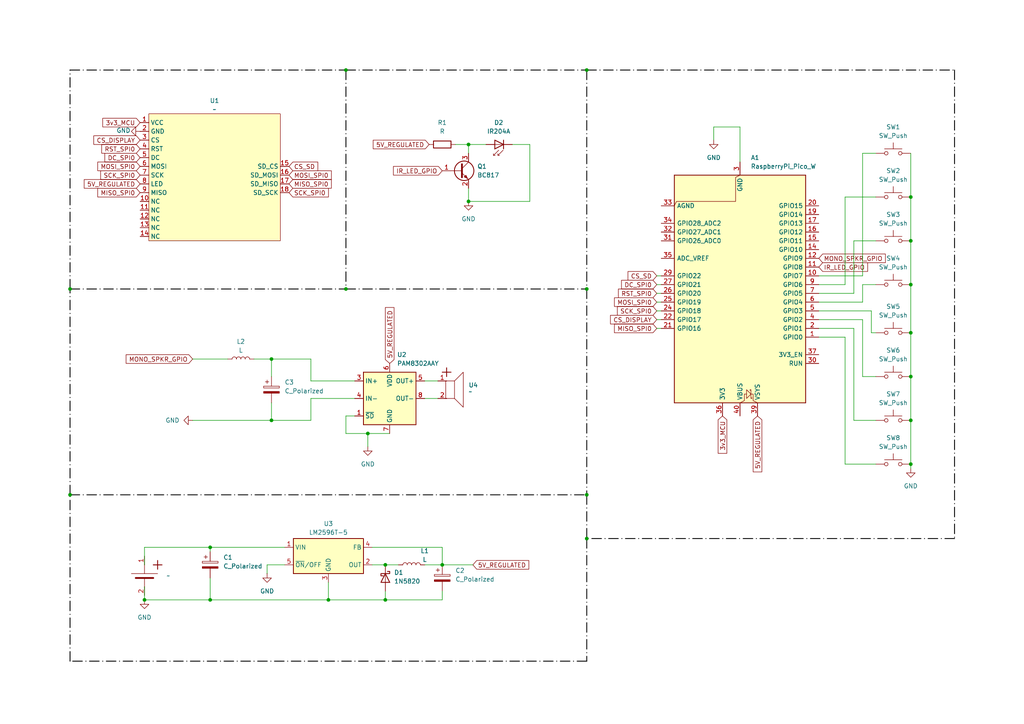
<source format=kicad_sch>
(kicad_sch
	(version 20250114)
	(generator "eeschema")
	(generator_version "9.0")
	(uuid "37fd523a-7e1e-4f6c-9802-91a364628829")
	(paper "A4")
	(lib_symbols
		(symbol "Amplifier_Audio:PAM8302AAY"
			(exclude_from_sim no)
			(in_bom yes)
			(on_board yes)
			(property "Reference" "U"
				(at 7.62 11.43 0)
				(effects
					(font
						(size 1.27 1.27)
					)
				)
			)
			(property "Value" "PAM8302AAY"
				(at 7.62 8.89 0)
				(effects
					(font
						(size 1.27 1.27)
					)
				)
			)
			(property "Footprint" "Package_DFN_QFN:DFN-8-1EP_3x3mm_P0.65mm_EP1.55x2.4mm"
				(at 0 0 0)
				(effects
					(font
						(size 1.27 1.27)
					)
					(hide yes)
				)
			)
			(property "Datasheet" "https://www.diodes.com/assets/Datasheets/PAM8302A.pdf"
				(at 0 0 0)
				(effects
					(font
						(size 1.27 1.27)
					)
					(hide yes)
				)
			)
			(property "Description" "2.5W Filterless Class-D Mono Audio Amplifier, DFN-8"
				(at 0 0 0)
				(effects
					(font
						(size 1.27 1.27)
					)
					(hide yes)
				)
			)
			(property "ki_keywords" "audio amplifier class d"
				(at 0 0 0)
				(effects
					(font
						(size 1.27 1.27)
					)
					(hide yes)
				)
			)
			(property "ki_fp_filters" "DFN*EP*3x3mm*P0.65mm*"
				(at 0 0 0)
				(effects
					(font
						(size 1.27 1.27)
					)
					(hide yes)
				)
			)
			(symbol "PAM8302AAY_0_1"
				(rectangle
					(start -7.62 7.62)
					(end 7.62 -7.62)
					(stroke
						(width 0.254)
						(type default)
					)
					(fill
						(type background)
					)
				)
			)
			(symbol "PAM8302AAY_1_1"
				(pin input line
					(at -10.16 5.08 0)
					(length 2.54)
					(name "IN+"
						(effects
							(font
								(size 1.27 1.27)
							)
						)
					)
					(number "3"
						(effects
							(font
								(size 1.27 1.27)
							)
						)
					)
				)
				(pin input line
					(at -10.16 0 0)
					(length 2.54)
					(name "IN-"
						(effects
							(font
								(size 1.27 1.27)
							)
						)
					)
					(number "4"
						(effects
							(font
								(size 1.27 1.27)
							)
						)
					)
				)
				(pin input line
					(at -10.16 -5.08 0)
					(length 2.54)
					(name "~{SD}"
						(effects
							(font
								(size 1.27 1.27)
							)
						)
					)
					(number "1"
						(effects
							(font
								(size 1.27 1.27)
							)
						)
					)
				)
				(pin power_in line
					(at 0 10.16 270)
					(length 2.54)
					(name "VDD"
						(effects
							(font
								(size 1.27 1.27)
							)
						)
					)
					(number "6"
						(effects
							(font
								(size 1.27 1.27)
							)
						)
					)
				)
				(pin power_in line
					(at 0 -10.16 90)
					(length 2.54)
					(name "GND"
						(effects
							(font
								(size 1.27 1.27)
							)
						)
					)
					(number "7"
						(effects
							(font
								(size 1.27 1.27)
							)
						)
					)
				)
				(pin no_connect line
					(at 7.62 -5.08 180)
					(length 2.54)
					(hide yes)
					(name "NC"
						(effects
							(font
								(size 1.27 1.27)
							)
						)
					)
					(number "2"
						(effects
							(font
								(size 1.27 1.27)
							)
						)
					)
				)
				(pin output line
					(at 10.16 5.08 180)
					(length 2.54)
					(name "OUT+"
						(effects
							(font
								(size 1.27 1.27)
							)
						)
					)
					(number "5"
						(effects
							(font
								(size 1.27 1.27)
							)
						)
					)
				)
				(pin output line
					(at 10.16 0 180)
					(length 2.54)
					(name "OUT-"
						(effects
							(font
								(size 1.27 1.27)
							)
						)
					)
					(number "8"
						(effects
							(font
								(size 1.27 1.27)
							)
						)
					)
				)
			)
			(embedded_fonts no)
		)
		(symbol "Device:C_Polarized"
			(pin_numbers
				(hide yes)
			)
			(pin_names
				(offset 0.254)
			)
			(exclude_from_sim no)
			(in_bom yes)
			(on_board yes)
			(property "Reference" "C"
				(at 0.635 2.54 0)
				(effects
					(font
						(size 1.27 1.27)
					)
					(justify left)
				)
			)
			(property "Value" "C_Polarized"
				(at 0.635 -2.54 0)
				(effects
					(font
						(size 1.27 1.27)
					)
					(justify left)
				)
			)
			(property "Footprint" ""
				(at 0.9652 -3.81 0)
				(effects
					(font
						(size 1.27 1.27)
					)
					(hide yes)
				)
			)
			(property "Datasheet" "~"
				(at 0 0 0)
				(effects
					(font
						(size 1.27 1.27)
					)
					(hide yes)
				)
			)
			(property "Description" "Polarized capacitor"
				(at 0 0 0)
				(effects
					(font
						(size 1.27 1.27)
					)
					(hide yes)
				)
			)
			(property "ki_keywords" "cap capacitor"
				(at 0 0 0)
				(effects
					(font
						(size 1.27 1.27)
					)
					(hide yes)
				)
			)
			(property "ki_fp_filters" "CP_*"
				(at 0 0 0)
				(effects
					(font
						(size 1.27 1.27)
					)
					(hide yes)
				)
			)
			(symbol "C_Polarized_0_1"
				(rectangle
					(start -2.286 0.508)
					(end 2.286 1.016)
					(stroke
						(width 0)
						(type default)
					)
					(fill
						(type none)
					)
				)
				(polyline
					(pts
						(xy -1.778 2.286) (xy -0.762 2.286)
					)
					(stroke
						(width 0)
						(type default)
					)
					(fill
						(type none)
					)
				)
				(polyline
					(pts
						(xy -1.27 2.794) (xy -1.27 1.778)
					)
					(stroke
						(width 0)
						(type default)
					)
					(fill
						(type none)
					)
				)
				(rectangle
					(start 2.286 -0.508)
					(end -2.286 -1.016)
					(stroke
						(width 0)
						(type default)
					)
					(fill
						(type outline)
					)
				)
			)
			(symbol "C_Polarized_1_1"
				(pin passive line
					(at 0 3.81 270)
					(length 2.794)
					(name "~"
						(effects
							(font
								(size 1.27 1.27)
							)
						)
					)
					(number "1"
						(effects
							(font
								(size 1.27 1.27)
							)
						)
					)
				)
				(pin passive line
					(at 0 -3.81 90)
					(length 2.794)
					(name "~"
						(effects
							(font
								(size 1.27 1.27)
							)
						)
					)
					(number "2"
						(effects
							(font
								(size 1.27 1.27)
							)
						)
					)
				)
			)
			(embedded_fonts no)
		)
		(symbol "Device:L"
			(pin_numbers
				(hide yes)
			)
			(pin_names
				(offset 1.016)
				(hide yes)
			)
			(exclude_from_sim no)
			(in_bom yes)
			(on_board yes)
			(property "Reference" "L"
				(at -1.27 0 90)
				(effects
					(font
						(size 1.27 1.27)
					)
				)
			)
			(property "Value" "L"
				(at 1.905 0 90)
				(effects
					(font
						(size 1.27 1.27)
					)
				)
			)
			(property "Footprint" ""
				(at 0 0 0)
				(effects
					(font
						(size 1.27 1.27)
					)
					(hide yes)
				)
			)
			(property "Datasheet" "~"
				(at 0 0 0)
				(effects
					(font
						(size 1.27 1.27)
					)
					(hide yes)
				)
			)
			(property "Description" "Inductor"
				(at 0 0 0)
				(effects
					(font
						(size 1.27 1.27)
					)
					(hide yes)
				)
			)
			(property "ki_keywords" "inductor choke coil reactor magnetic"
				(at 0 0 0)
				(effects
					(font
						(size 1.27 1.27)
					)
					(hide yes)
				)
			)
			(property "ki_fp_filters" "Choke_* *Coil* Inductor_* L_*"
				(at 0 0 0)
				(effects
					(font
						(size 1.27 1.27)
					)
					(hide yes)
				)
			)
			(symbol "L_0_1"
				(arc
					(start 0 2.54)
					(mid 0.6323 1.905)
					(end 0 1.27)
					(stroke
						(width 0)
						(type default)
					)
					(fill
						(type none)
					)
				)
				(arc
					(start 0 1.27)
					(mid 0.6323 0.635)
					(end 0 0)
					(stroke
						(width 0)
						(type default)
					)
					(fill
						(type none)
					)
				)
				(arc
					(start 0 0)
					(mid 0.6323 -0.635)
					(end 0 -1.27)
					(stroke
						(width 0)
						(type default)
					)
					(fill
						(type none)
					)
				)
				(arc
					(start 0 -1.27)
					(mid 0.6323 -1.905)
					(end 0 -2.54)
					(stroke
						(width 0)
						(type default)
					)
					(fill
						(type none)
					)
				)
			)
			(symbol "L_1_1"
				(pin passive line
					(at 0 3.81 270)
					(length 1.27)
					(name "1"
						(effects
							(font
								(size 1.27 1.27)
							)
						)
					)
					(number "1"
						(effects
							(font
								(size 1.27 1.27)
							)
						)
					)
				)
				(pin passive line
					(at 0 -3.81 90)
					(length 1.27)
					(name "2"
						(effects
							(font
								(size 1.27 1.27)
							)
						)
					)
					(number "2"
						(effects
							(font
								(size 1.27 1.27)
							)
						)
					)
				)
			)
			(embedded_fonts no)
		)
		(symbol "Device:R"
			(pin_numbers
				(hide yes)
			)
			(pin_names
				(offset 0)
			)
			(exclude_from_sim no)
			(in_bom yes)
			(on_board yes)
			(property "Reference" "R"
				(at 2.032 0 90)
				(effects
					(font
						(size 1.27 1.27)
					)
				)
			)
			(property "Value" "R"
				(at 0 0 90)
				(effects
					(font
						(size 1.27 1.27)
					)
				)
			)
			(property "Footprint" ""
				(at -1.778 0 90)
				(effects
					(font
						(size 1.27 1.27)
					)
					(hide yes)
				)
			)
			(property "Datasheet" "~"
				(at 0 0 0)
				(effects
					(font
						(size 1.27 1.27)
					)
					(hide yes)
				)
			)
			(property "Description" "Resistor"
				(at 0 0 0)
				(effects
					(font
						(size 1.27 1.27)
					)
					(hide yes)
				)
			)
			(property "ki_keywords" "R res resistor"
				(at 0 0 0)
				(effects
					(font
						(size 1.27 1.27)
					)
					(hide yes)
				)
			)
			(property "ki_fp_filters" "R_*"
				(at 0 0 0)
				(effects
					(font
						(size 1.27 1.27)
					)
					(hide yes)
				)
			)
			(symbol "R_0_1"
				(rectangle
					(start -1.016 -2.54)
					(end 1.016 2.54)
					(stroke
						(width 0.254)
						(type default)
					)
					(fill
						(type none)
					)
				)
			)
			(symbol "R_1_1"
				(pin passive line
					(at 0 3.81 270)
					(length 1.27)
					(name "~"
						(effects
							(font
								(size 1.27 1.27)
							)
						)
					)
					(number "1"
						(effects
							(font
								(size 1.27 1.27)
							)
						)
					)
				)
				(pin passive line
					(at 0 -3.81 90)
					(length 1.27)
					(name "~"
						(effects
							(font
								(size 1.27 1.27)
							)
						)
					)
					(number "2"
						(effects
							(font
								(size 1.27 1.27)
							)
						)
					)
				)
			)
			(embedded_fonts no)
		)
		(symbol "Diode:1N5820"
			(pin_numbers
				(hide yes)
			)
			(pin_names
				(offset 1.016)
				(hide yes)
			)
			(exclude_from_sim no)
			(in_bom yes)
			(on_board yes)
			(property "Reference" "D"
				(at 0 2.54 0)
				(effects
					(font
						(size 1.27 1.27)
					)
				)
			)
			(property "Value" "1N5820"
				(at 0 -2.54 0)
				(effects
					(font
						(size 1.27 1.27)
					)
				)
			)
			(property "Footprint" "Diode_THT:D_DO-201AD_P15.24mm_Horizontal"
				(at 0 -4.445 0)
				(effects
					(font
						(size 1.27 1.27)
					)
					(hide yes)
				)
			)
			(property "Datasheet" "http://www.vishay.com/docs/88526/1n5820.pdf"
				(at 0 0 0)
				(effects
					(font
						(size 1.27 1.27)
					)
					(hide yes)
				)
			)
			(property "Description" "20V 3A Schottky Barrier Rectifier Diode, DO-201AD"
				(at 0 0 0)
				(effects
					(font
						(size 1.27 1.27)
					)
					(hide yes)
				)
			)
			(property "ki_keywords" "diode Schottky"
				(at 0 0 0)
				(effects
					(font
						(size 1.27 1.27)
					)
					(hide yes)
				)
			)
			(property "ki_fp_filters" "D*DO?201AD*"
				(at 0 0 0)
				(effects
					(font
						(size 1.27 1.27)
					)
					(hide yes)
				)
			)
			(symbol "1N5820_0_1"
				(polyline
					(pts
						(xy -1.905 0.635) (xy -1.905 1.27) (xy -1.27 1.27) (xy -1.27 -1.27) (xy -0.635 -1.27) (xy -0.635 -0.635)
					)
					(stroke
						(width 0.254)
						(type default)
					)
					(fill
						(type none)
					)
				)
				(polyline
					(pts
						(xy 1.27 1.27) (xy 1.27 -1.27) (xy -1.27 0) (xy 1.27 1.27)
					)
					(stroke
						(width 0.254)
						(type default)
					)
					(fill
						(type none)
					)
				)
				(polyline
					(pts
						(xy 1.27 0) (xy -1.27 0)
					)
					(stroke
						(width 0)
						(type default)
					)
					(fill
						(type none)
					)
				)
			)
			(symbol "1N5820_1_1"
				(pin passive line
					(at -3.81 0 0)
					(length 2.54)
					(name "K"
						(effects
							(font
								(size 1.27 1.27)
							)
						)
					)
					(number "1"
						(effects
							(font
								(size 1.27 1.27)
							)
						)
					)
				)
				(pin passive line
					(at 3.81 0 180)
					(length 2.54)
					(name "A"
						(effects
							(font
								(size 1.27 1.27)
							)
						)
					)
					(number "2"
						(effects
							(font
								(size 1.27 1.27)
							)
						)
					)
				)
			)
			(embedded_fonts no)
		)
		(symbol "Display_Modules:ILI9341_Disp_Module"
			(exclude_from_sim no)
			(in_bom yes)
			(on_board yes)
			(property "Reference" "U"
				(at 18.288 -21.336 0)
				(effects
					(font
						(size 1.27 1.27)
					)
				)
			)
			(property "Value" ""
				(at 0 0 0)
				(effects
					(font
						(size 1.27 1.27)
					)
				)
			)
			(property "Footprint" "Display_Module:ILI9341_Module"
				(at 0 0 0)
				(effects
					(font
						(size 1.27 1.27)
					)
					(hide yes)
				)
			)
			(property "Datasheet" ""
				(at 0 0 0)
				(effects
					(font
						(size 1.27 1.27)
					)
					(hide yes)
				)
			)
			(property "Description" ""
				(at 0 0 0)
				(effects
					(font
						(size 1.27 1.27)
					)
					(hide yes)
				)
			)
			(symbol "ILI9341_Disp_Module_0_1"
				(rectangle
					(start -19.05 17.78)
					(end 19.05 -19.05)
					(stroke
						(width 0)
						(type default)
					)
					(fill
						(type color)
						(color 255 255 194 1)
					)
				)
			)
			(symbol "ILI9341_Disp_Module_1_1"
				(pin input line
					(at -21.59 15.24 0)
					(length 2.54)
					(name "VCC"
						(effects
							(font
								(size 1.27 1.27)
							)
						)
					)
					(number "1"
						(effects
							(font
								(size 1.27 1.27)
							)
						)
					)
				)
				(pin input line
					(at -21.59 12.7 0)
					(length 2.54)
					(name "GND"
						(effects
							(font
								(size 1.27 1.27)
							)
						)
					)
					(number "2"
						(effects
							(font
								(size 1.27 1.27)
							)
						)
					)
				)
				(pin input line
					(at -21.59 10.16 0)
					(length 2.54)
					(name "CS"
						(effects
							(font
								(size 1.27 1.27)
							)
						)
					)
					(number "3"
						(effects
							(font
								(size 1.27 1.27)
							)
						)
					)
				)
				(pin input line
					(at -21.59 7.62 0)
					(length 2.54)
					(name "RST"
						(effects
							(font
								(size 1.27 1.27)
							)
						)
					)
					(number "4"
						(effects
							(font
								(size 1.27 1.27)
							)
						)
					)
				)
				(pin input line
					(at -21.59 5.08 0)
					(length 2.54)
					(name "DC"
						(effects
							(font
								(size 1.27 1.27)
							)
						)
					)
					(number "5"
						(effects
							(font
								(size 1.27 1.27)
							)
						)
					)
				)
				(pin input line
					(at -21.59 2.54 0)
					(length 2.54)
					(name "MOSI"
						(effects
							(font
								(size 1.27 1.27)
							)
						)
					)
					(number "6"
						(effects
							(font
								(size 1.27 1.27)
							)
						)
					)
				)
				(pin input line
					(at -21.59 0 0)
					(length 2.54)
					(name "SCK"
						(effects
							(font
								(size 1.27 1.27)
							)
						)
					)
					(number "7"
						(effects
							(font
								(size 1.27 1.27)
							)
						)
					)
				)
				(pin input line
					(at -21.59 -2.54 0)
					(length 2.54)
					(name "LED"
						(effects
							(font
								(size 1.27 1.27)
							)
						)
					)
					(number "8"
						(effects
							(font
								(size 1.27 1.27)
							)
						)
					)
				)
				(pin output line
					(at -21.59 -5.08 0)
					(length 2.54)
					(name "MISO"
						(effects
							(font
								(size 1.27 1.27)
							)
						)
					)
					(number "9"
						(effects
							(font
								(size 1.27 1.27)
							)
						)
					)
				)
				(pin input line
					(at -21.59 -7.62 0)
					(length 2.54)
					(name "NC"
						(effects
							(font
								(size 1.27 1.27)
							)
						)
					)
					(number "10"
						(effects
							(font
								(size 1.27 1.27)
							)
						)
					)
				)
				(pin input line
					(at -21.59 -10.16 0)
					(length 2.54)
					(name "NC"
						(effects
							(font
								(size 1.27 1.27)
							)
						)
					)
					(number "11"
						(effects
							(font
								(size 1.27 1.27)
							)
						)
					)
				)
				(pin input line
					(at -21.59 -12.7 0)
					(length 2.54)
					(name "NC"
						(effects
							(font
								(size 1.27 1.27)
							)
						)
					)
					(number "12"
						(effects
							(font
								(size 1.27 1.27)
							)
						)
					)
				)
				(pin input line
					(at -21.59 -15.24 0)
					(length 2.54)
					(name "NC"
						(effects
							(font
								(size 1.27 1.27)
							)
						)
					)
					(number "13"
						(effects
							(font
								(size 1.27 1.27)
							)
						)
					)
				)
				(pin input line
					(at -21.59 -17.78 0)
					(length 2.54)
					(name "NC"
						(effects
							(font
								(size 1.27 1.27)
							)
						)
					)
					(number "14"
						(effects
							(font
								(size 1.27 1.27)
							)
						)
					)
				)
				(pin input line
					(at 21.59 2.54 180)
					(length 2.54)
					(name "SD_CS"
						(effects
							(font
								(size 1.27 1.27)
							)
						)
					)
					(number "15"
						(effects
							(font
								(size 1.27 1.27)
							)
						)
					)
				)
				(pin input line
					(at 21.59 0 180)
					(length 2.54)
					(name "SD_MOSI"
						(effects
							(font
								(size 1.27 1.27)
							)
						)
					)
					(number "16"
						(effects
							(font
								(size 1.27 1.27)
							)
						)
					)
				)
				(pin output line
					(at 21.59 -2.54 180)
					(length 2.54)
					(name "SD_MISO"
						(effects
							(font
								(size 1.27 1.27)
							)
						)
					)
					(number "17"
						(effects
							(font
								(size 1.27 1.27)
							)
						)
					)
				)
				(pin input line
					(at 21.59 -5.08 180)
					(length 2.54)
					(name "SD_SCK"
						(effects
							(font
								(size 1.27 1.27)
							)
						)
					)
					(number "18"
						(effects
							(font
								(size 1.27 1.27)
							)
						)
					)
				)
			)
			(embedded_fonts no)
		)
		(symbol "LED:IR204A"
			(pin_numbers
				(hide yes)
			)
			(pin_names
				(offset 1.016)
				(hide yes)
			)
			(exclude_from_sim no)
			(in_bom yes)
			(on_board yes)
			(property "Reference" "D"
				(at 0.508 1.778 0)
				(effects
					(font
						(size 1.27 1.27)
					)
					(justify left)
				)
			)
			(property "Value" "IR204A"
				(at -1.016 -2.794 0)
				(effects
					(font
						(size 1.27 1.27)
					)
				)
			)
			(property "Footprint" "LED_THT:LED_D3.0mm_IRBlack"
				(at 0 4.445 0)
				(effects
					(font
						(size 1.27 1.27)
					)
					(hide yes)
				)
			)
			(property "Datasheet" "http://www.everlight.com/file/ProductFile/IR204-A.pdf"
				(at -1.27 0 0)
				(effects
					(font
						(size 1.27 1.27)
					)
					(hide yes)
				)
			)
			(property "Description" "Infrared LED , 3mm LED package"
				(at 0 0 0)
				(effects
					(font
						(size 1.27 1.27)
					)
					(hide yes)
				)
			)
			(property "ki_keywords" "opto IR LED"
				(at 0 0 0)
				(effects
					(font
						(size 1.27 1.27)
					)
					(hide yes)
				)
			)
			(property "ki_fp_filters" "LED*3.0mm*IRBlack*"
				(at 0 0 0)
				(effects
					(font
						(size 1.27 1.27)
					)
					(hide yes)
				)
			)
			(symbol "IR204A_0_1"
				(polyline
					(pts
						(xy -2.54 1.27) (xy -2.54 -1.27)
					)
					(stroke
						(width 0.254)
						(type default)
					)
					(fill
						(type none)
					)
				)
				(polyline
					(pts
						(xy -2.413 1.651) (xy -0.889 3.175) (xy -0.889 2.667) (xy -0.889 3.175) (xy -1.397 3.175)
					)
					(stroke
						(width 0)
						(type default)
					)
					(fill
						(type none)
					)
				)
				(polyline
					(pts
						(xy -1.143 1.651) (xy 0.381 3.175) (xy 0.381 2.667)
					)
					(stroke
						(width 0)
						(type default)
					)
					(fill
						(type none)
					)
				)
				(polyline
					(pts
						(xy 0 1.27) (xy -2.54 0) (xy 0 -1.27) (xy 0 1.27)
					)
					(stroke
						(width 0.254)
						(type default)
					)
					(fill
						(type none)
					)
				)
				(polyline
					(pts
						(xy 0 0) (xy -2.54 0)
					)
					(stroke
						(width 0)
						(type default)
					)
					(fill
						(type none)
					)
				)
				(polyline
					(pts
						(xy 0.381 3.175) (xy -0.127 3.175)
					)
					(stroke
						(width 0)
						(type default)
					)
					(fill
						(type none)
					)
				)
			)
			(symbol "IR204A_1_1"
				(pin passive line
					(at -5.08 0 0)
					(length 2.54)
					(name "K"
						(effects
							(font
								(size 1.27 1.27)
							)
						)
					)
					(number "1"
						(effects
							(font
								(size 1.27 1.27)
							)
						)
					)
				)
				(pin passive line
					(at 2.54 0 180)
					(length 2.54)
					(name "A"
						(effects
							(font
								(size 1.27 1.27)
							)
						)
					)
					(number "2"
						(effects
							(font
								(size 1.27 1.27)
							)
						)
					)
				)
			)
			(embedded_fonts no)
		)
		(symbol "MCU_Module:RaspberryPi_Pico_W"
			(pin_names
				(offset 0.762)
			)
			(exclude_from_sim no)
			(in_bom yes)
			(on_board yes)
			(property "Reference" "A"
				(at -19.05 35.56 0)
				(effects
					(font
						(size 1.27 1.27)
					)
					(justify left)
				)
			)
			(property "Value" "RaspberryPi_Pico_W"
				(at 7.62 35.56 0)
				(effects
					(font
						(size 1.27 1.27)
					)
					(justify left)
				)
			)
			(property "Footprint" "Module:RaspberryPi_Pico_W_SMD_HandSolder"
				(at 0 -46.99 0)
				(effects
					(font
						(size 1.27 1.27)
					)
					(hide yes)
				)
			)
			(property "Datasheet" "https://datasheets.raspberrypi.com/picow/pico-w-datasheet.pdf"
				(at 0 -49.53 0)
				(effects
					(font
						(size 1.27 1.27)
					)
					(hide yes)
				)
			)
			(property "Description" "Versatile and inexpensive wireless microcontroller module powered by RP2040 dual-core Arm Cortex-M0+ processor up to 133 MHz, 264kB SRAM, 2MB QSPI flash, Infineon CYW43439 2.4GHz 802.11n wireless LAN; also supports Raspberry Pi Pico 2 W"
				(at 0 -52.07 0)
				(effects
					(font
						(size 1.27 1.27)
					)
					(hide yes)
				)
			)
			(property "ki_keywords" "RP2350A M33 RISC-V Hazard3 usb wifi bluetooth"
				(at 0 0 0)
				(effects
					(font
						(size 1.27 1.27)
					)
					(hide yes)
				)
			)
			(property "ki_fp_filters" "RaspberryPi?Pico?Common* RaspberryPi?Pico?W?SMD*"
				(at 0 0 0)
				(effects
					(font
						(size 1.27 1.27)
					)
					(hide yes)
				)
			)
			(symbol "RaspberryPi_Pico_W_0_1"
				(rectangle
					(start -19.05 34.29)
					(end 19.05 -31.75)
					(stroke
						(width 0.254)
						(type default)
					)
					(fill
						(type background)
					)
				)
				(polyline
					(pts
						(xy -5.08 34.29) (xy -3.81 33.655) (xy -3.81 31.75) (xy -3.175 31.75)
					)
					(stroke
						(width 0)
						(type default)
					)
					(fill
						(type none)
					)
				)
				(polyline
					(pts
						(xy -3.429 32.766) (xy -3.429 33.02) (xy -3.175 33.02) (xy -3.175 30.48) (xy -2.921 30.48) (xy -2.921 30.734)
					)
					(stroke
						(width 0)
						(type default)
					)
					(fill
						(type none)
					)
				)
				(polyline
					(pts
						(xy -3.175 31.75) (xy -1.905 33.02) (xy -1.905 30.48) (xy -3.175 31.75)
					)
					(stroke
						(width 0)
						(type default)
					)
					(fill
						(type none)
					)
				)
				(polyline
					(pts
						(xy 0 34.29) (xy -1.27 33.655) (xy -1.27 31.75) (xy -1.905 31.75)
					)
					(stroke
						(width 0)
						(type default)
					)
					(fill
						(type none)
					)
				)
				(polyline
					(pts
						(xy 0 -31.75) (xy 1.27 -31.115) (xy 1.27 -24.13) (xy 18.415 -24.13) (xy 19.05 -22.86)
					)
					(stroke
						(width 0)
						(type default)
					)
					(fill
						(type none)
					)
				)
			)
			(symbol "RaspberryPi_Pico_W_1_1"
				(pin passive line
					(at -22.86 22.86 0)
					(length 3.81)
					(name "RUN"
						(effects
							(font
								(size 1.27 1.27)
							)
						)
					)
					(number "30"
						(effects
							(font
								(size 1.27 1.27)
							)
						)
					)
					(alternate "~{RESET}" passive line)
				)
				(pin passive line
					(at -22.86 20.32 0)
					(length 3.81)
					(name "3V3_EN"
						(effects
							(font
								(size 1.27 1.27)
							)
						)
					)
					(number "37"
						(effects
							(font
								(size 1.27 1.27)
							)
						)
					)
					(alternate "~{3V3_DISABLE}" passive line)
				)
				(pin bidirectional line
					(at -22.86 15.24 0)
					(length 3.81)
					(name "GPIO0"
						(effects
							(font
								(size 1.27 1.27)
							)
						)
					)
					(number "1"
						(effects
							(font
								(size 1.27 1.27)
							)
						)
					)
					(alternate "I2C0_SDA" bidirectional line)
					(alternate "PWM0_A" output line)
					(alternate "SPI0_RX" input line)
					(alternate "UART0_TX" output line)
					(alternate "USB_OVCUR_DET" input line)
				)
				(pin bidirectional line
					(at -22.86 12.7 0)
					(length 3.81)
					(name "GPIO1"
						(effects
							(font
								(size 1.27 1.27)
							)
						)
					)
					(number "2"
						(effects
							(font
								(size 1.27 1.27)
							)
						)
					)
					(alternate "I2C0_SCL" bidirectional clock)
					(alternate "PWM0_B" bidirectional line)
					(alternate "UART0_RX" input line)
					(alternate "USB_VBUS_DET" passive line)
					(alternate "~{SPI0_CSn}" bidirectional line)
				)
				(pin bidirectional line
					(at -22.86 10.16 0)
					(length 3.81)
					(name "GPIO2"
						(effects
							(font
								(size 1.27 1.27)
							)
						)
					)
					(number "4"
						(effects
							(font
								(size 1.27 1.27)
							)
						)
					)
					(alternate "I2C1_SDA" bidirectional line)
					(alternate "PWM1_A" output line)
					(alternate "SPI0_SCK" bidirectional clock)
					(alternate "UART0_CTS" input line)
					(alternate "USB_VBUS_EN" output line)
				)
				(pin bidirectional line
					(at -22.86 7.62 0)
					(length 3.81)
					(name "GPIO3"
						(effects
							(font
								(size 1.27 1.27)
							)
						)
					)
					(number "5"
						(effects
							(font
								(size 1.27 1.27)
							)
						)
					)
					(alternate "I2C1_SCL" bidirectional clock)
					(alternate "PWM1_B" bidirectional line)
					(alternate "SPI0_TX" output line)
					(alternate "UART0_RTS" output line)
					(alternate "USB_OVCUR_DET" input line)
				)
				(pin bidirectional line
					(at -22.86 5.08 0)
					(length 3.81)
					(name "GPIO4"
						(effects
							(font
								(size 1.27 1.27)
							)
						)
					)
					(number "6"
						(effects
							(font
								(size 1.27 1.27)
							)
						)
					)
					(alternate "I2C0_SDA" bidirectional line)
					(alternate "PWM2_A" output line)
					(alternate "SPI0_RX" input line)
					(alternate "UART1_TX" output line)
					(alternate "USB_VBUS_DET" input line)
				)
				(pin bidirectional line
					(at -22.86 2.54 0)
					(length 3.81)
					(name "GPIO5"
						(effects
							(font
								(size 1.27 1.27)
							)
						)
					)
					(number "7"
						(effects
							(font
								(size 1.27 1.27)
							)
						)
					)
					(alternate "I2C0_SCL" bidirectional clock)
					(alternate "PWM2_B" bidirectional line)
					(alternate "UART1_RX" input line)
					(alternate "USB_VBUS_EN" output line)
					(alternate "~{SPI0_CSn}" bidirectional line)
				)
				(pin bidirectional line
					(at -22.86 0 0)
					(length 3.81)
					(name "GPIO6"
						(effects
							(font
								(size 1.27 1.27)
							)
						)
					)
					(number "9"
						(effects
							(font
								(size 1.27 1.27)
							)
						)
					)
					(alternate "I2C1_SDA" bidirectional line)
					(alternate "PWM3_A" output line)
					(alternate "SPI0_SCK" bidirectional clock)
					(alternate "UART1_CTS" input line)
					(alternate "USB_OVCUR_DET" input line)
				)
				(pin bidirectional line
					(at -22.86 -2.54 0)
					(length 3.81)
					(name "GPIO7"
						(effects
							(font
								(size 1.27 1.27)
							)
						)
					)
					(number "10"
						(effects
							(font
								(size 1.27 1.27)
							)
						)
					)
					(alternate "I2C1_SCL" bidirectional clock)
					(alternate "PWM3_B" bidirectional line)
					(alternate "SPI0_TX" output line)
					(alternate "UART1_RTS" output line)
					(alternate "USB_VBUS_DET" input line)
				)
				(pin bidirectional line
					(at -22.86 -5.08 0)
					(length 3.81)
					(name "GPIO8"
						(effects
							(font
								(size 1.27 1.27)
							)
						)
					)
					(number "11"
						(effects
							(font
								(size 1.27 1.27)
							)
						)
					)
					(alternate "I2C0_SDA" bidirectional line)
					(alternate "PWM4_A" output line)
					(alternate "SPI1_RX" input line)
					(alternate "UART1_TX" output line)
					(alternate "USB_VBUS_EN" output line)
				)
				(pin bidirectional line
					(at -22.86 -7.62 0)
					(length 3.81)
					(name "GPIO9"
						(effects
							(font
								(size 1.27 1.27)
							)
						)
					)
					(number "12"
						(effects
							(font
								(size 1.27 1.27)
							)
						)
					)
					(alternate "I2C0_SCL" bidirectional clock)
					(alternate "PWM4_B" bidirectional line)
					(alternate "UART1_RX" input line)
					(alternate "USB_OVCUR_DET" input line)
					(alternate "~{SPI1_CSn}" bidirectional line)
				)
				(pin bidirectional line
					(at -22.86 -10.16 0)
					(length 3.81)
					(name "GPIO10"
						(effects
							(font
								(size 1.27 1.27)
							)
						)
					)
					(number "14"
						(effects
							(font
								(size 1.27 1.27)
							)
						)
					)
					(alternate "I2C1_SDA" bidirectional line)
					(alternate "PWM5_A" output line)
					(alternate "SPI1_SCK" bidirectional clock)
					(alternate "UART1_CTS" input line)
					(alternate "USB_VBUS_DET" input line)
				)
				(pin bidirectional line
					(at -22.86 -12.7 0)
					(length 3.81)
					(name "GPIO11"
						(effects
							(font
								(size 1.27 1.27)
							)
						)
					)
					(number "15"
						(effects
							(font
								(size 1.27 1.27)
							)
						)
					)
					(alternate "I2C1_SCL" bidirectional clock)
					(alternate "PWM5_B" bidirectional line)
					(alternate "SPI1_TX" output line)
					(alternate "UART1_RTS" output line)
					(alternate "USB_VBUS_EN" output line)
				)
				(pin bidirectional line
					(at -22.86 -15.24 0)
					(length 3.81)
					(name "GPIO12"
						(effects
							(font
								(size 1.27 1.27)
							)
						)
					)
					(number "16"
						(effects
							(font
								(size 1.27 1.27)
							)
						)
					)
					(alternate "I2C0_SDA" bidirectional line)
					(alternate "PWM6_A" output line)
					(alternate "SPI1_RX" input line)
					(alternate "UART0_TX" output line)
					(alternate "USB_OVCUR_DET" input line)
				)
				(pin bidirectional line
					(at -22.86 -17.78 0)
					(length 3.81)
					(name "GPIO13"
						(effects
							(font
								(size 1.27 1.27)
							)
						)
					)
					(number "17"
						(effects
							(font
								(size 1.27 1.27)
							)
						)
					)
					(alternate "I2C0_SCL" bidirectional clock)
					(alternate "PWM6_B" bidirectional line)
					(alternate "UART0_RX" input line)
					(alternate "USB_VBUS_DET" input line)
					(alternate "~{SPI1_CSn}" bidirectional line)
				)
				(pin bidirectional line
					(at -22.86 -20.32 0)
					(length 3.81)
					(name "GPIO14"
						(effects
							(font
								(size 1.27 1.27)
							)
						)
					)
					(number "19"
						(effects
							(font
								(size 1.27 1.27)
							)
						)
					)
					(alternate "I2C1_SDA" bidirectional line)
					(alternate "PWM7_A" output line)
					(alternate "SPI1_SCK" bidirectional clock)
					(alternate "UART0_CTS" input line)
					(alternate "USB_VBUS_EN" output line)
				)
				(pin bidirectional line
					(at -22.86 -22.86 0)
					(length 3.81)
					(name "GPIO15"
						(effects
							(font
								(size 1.27 1.27)
							)
						)
					)
					(number "20"
						(effects
							(font
								(size 1.27 1.27)
							)
						)
					)
					(alternate "I2C1_SCL" bidirectional clock)
					(alternate "PWM7_B" bidirectional line)
					(alternate "SPI1_TX" output line)
					(alternate "UART0_RTS" output line)
					(alternate "USB_OVCUR_DET" input line)
				)
				(pin power_in line
					(at -5.08 38.1 270)
					(length 3.81)
					(name "VSYS"
						(effects
							(font
								(size 1.27 1.27)
							)
						)
					)
					(number "39"
						(effects
							(font
								(size 1.27 1.27)
							)
						)
					)
					(alternate "VSYS_OUT" power_out line)
				)
				(pin power_out line
					(at 0 38.1 270)
					(length 3.81)
					(name "VBUS"
						(effects
							(font
								(size 1.27 1.27)
							)
						)
					)
					(number "40"
						(effects
							(font
								(size 1.27 1.27)
							)
						)
					)
					(alternate "VBUS_IN" power_in line)
				)
				(pin passive line
					(at 0 -35.56 90)
					(length 3.81)
					(hide yes)
					(name "GND"
						(effects
							(font
								(size 1.27 1.27)
							)
						)
					)
					(number "13"
						(effects
							(font
								(size 1.27 1.27)
							)
						)
					)
				)
				(pin passive line
					(at 0 -35.56 90)
					(length 3.81)
					(hide yes)
					(name "GND"
						(effects
							(font
								(size 1.27 1.27)
							)
						)
					)
					(number "18"
						(effects
							(font
								(size 1.27 1.27)
							)
						)
					)
				)
				(pin passive line
					(at 0 -35.56 90)
					(length 3.81)
					(hide yes)
					(name "GND"
						(effects
							(font
								(size 1.27 1.27)
							)
						)
					)
					(number "23"
						(effects
							(font
								(size 1.27 1.27)
							)
						)
					)
				)
				(pin passive line
					(at 0 -35.56 90)
					(length 3.81)
					(hide yes)
					(name "GND"
						(effects
							(font
								(size 1.27 1.27)
							)
						)
					)
					(number "28"
						(effects
							(font
								(size 1.27 1.27)
							)
						)
					)
				)
				(pin power_out line
					(at 0 -35.56 90)
					(length 3.81)
					(name "GND"
						(effects
							(font
								(size 1.27 1.27)
							)
						)
					)
					(number "3"
						(effects
							(font
								(size 1.27 1.27)
							)
						)
					)
					(alternate "GND_IN" power_in line)
				)
				(pin passive line
					(at 0 -35.56 90)
					(length 3.81)
					(hide yes)
					(name "GND"
						(effects
							(font
								(size 1.27 1.27)
							)
						)
					)
					(number "38"
						(effects
							(font
								(size 1.27 1.27)
							)
						)
					)
				)
				(pin passive line
					(at 0 -35.56 90)
					(length 3.81)
					(hide yes)
					(name "GND"
						(effects
							(font
								(size 1.27 1.27)
							)
						)
					)
					(number "8"
						(effects
							(font
								(size 1.27 1.27)
							)
						)
					)
				)
				(pin power_out line
					(at 5.08 38.1 270)
					(length 3.81)
					(name "3V3"
						(effects
							(font
								(size 1.27 1.27)
							)
						)
					)
					(number "36"
						(effects
							(font
								(size 1.27 1.27)
							)
						)
					)
				)
				(pin bidirectional line
					(at 22.86 12.7 180)
					(length 3.81)
					(name "GPIO16"
						(effects
							(font
								(size 1.27 1.27)
							)
						)
					)
					(number "21"
						(effects
							(font
								(size 1.27 1.27)
							)
						)
					)
					(alternate "I2C0_SDA" bidirectional line)
					(alternate "PWM0_A" output line)
					(alternate "SPI0_RX" input line)
					(alternate "UART0_TX" output line)
					(alternate "USB_VBUS_DET" input line)
				)
				(pin bidirectional line
					(at 22.86 10.16 180)
					(length 3.81)
					(name "GPIO17"
						(effects
							(font
								(size 1.27 1.27)
							)
						)
					)
					(number "22"
						(effects
							(font
								(size 1.27 1.27)
							)
						)
					)
					(alternate "I2C0_SCL" bidirectional clock)
					(alternate "PWM0_B" bidirectional line)
					(alternate "UART0_RX" input line)
					(alternate "USB_VBUS_EN" output line)
					(alternate "~{SPI0_CSn}" bidirectional line)
				)
				(pin bidirectional line
					(at 22.86 7.62 180)
					(length 3.81)
					(name "GPIO18"
						(effects
							(font
								(size 1.27 1.27)
							)
						)
					)
					(number "24"
						(effects
							(font
								(size 1.27 1.27)
							)
						)
					)
					(alternate "I2C1_SDA" bidirectional line)
					(alternate "PWM1_A" output line)
					(alternate "SPI0_SCK" bidirectional clock)
					(alternate "UART0_CTS" input line)
					(alternate "USB_OVCUR_DET" input line)
				)
				(pin bidirectional line
					(at 22.86 5.08 180)
					(length 3.81)
					(name "GPIO19"
						(effects
							(font
								(size 1.27 1.27)
							)
						)
					)
					(number "25"
						(effects
							(font
								(size 1.27 1.27)
							)
						)
					)
					(alternate "I2C1_SCL" bidirectional clock)
					(alternate "PWM1_B" bidirectional line)
					(alternate "SPI0_TX" output line)
					(alternate "UART0_RTS" output line)
					(alternate "USB_VBUS_DET" input line)
				)
				(pin bidirectional line
					(at 22.86 2.54 180)
					(length 3.81)
					(name "GPIO20"
						(effects
							(font
								(size 1.27 1.27)
							)
						)
					)
					(number "26"
						(effects
							(font
								(size 1.27 1.27)
							)
						)
					)
					(alternate "CLOCK_GPIN0" input clock)
					(alternate "I2C0_SDA" bidirectional line)
					(alternate "PWM2_A" output line)
					(alternate "SPI0_RX" input line)
					(alternate "UART1_TX" output line)
					(alternate "USB_VBUS_EN" output line)
				)
				(pin bidirectional line
					(at 22.86 0 180)
					(length 3.81)
					(name "GPIO21"
						(effects
							(font
								(size 1.27 1.27)
							)
						)
					)
					(number "27"
						(effects
							(font
								(size 1.27 1.27)
							)
						)
					)
					(alternate "CLOCK_GPOUT0" output clock)
					(alternate "I2C0_SCL" bidirectional clock)
					(alternate "PWM2_B" bidirectional line)
					(alternate "UART1_RX" input line)
					(alternate "USB_OVCUR_DET" input line)
					(alternate "~{SPI0_CSn}" bidirectional line)
				)
				(pin bidirectional line
					(at 22.86 -2.54 180)
					(length 3.81)
					(name "GPIO22"
						(effects
							(font
								(size 1.27 1.27)
							)
						)
					)
					(number "29"
						(effects
							(font
								(size 1.27 1.27)
							)
						)
					)
					(alternate "CLOCK_GPIN1" input clock)
					(alternate "I2C1_SDA" bidirectional line)
					(alternate "PWM3_A" output line)
					(alternate "SPI0_SCK" bidirectional clock)
					(alternate "UART1_CTS" input line)
					(alternate "USB_VBUS_DET" input line)
				)
				(pin power_in line
					(at 22.86 -7.62 180)
					(length 3.81)
					(name "ADC_VREF"
						(effects
							(font
								(size 1.27 1.27)
							)
						)
					)
					(number "35"
						(effects
							(font
								(size 1.27 1.27)
							)
						)
					)
				)
				(pin bidirectional line
					(at 22.86 -12.7 180)
					(length 3.81)
					(name "GPIO26_ADC0"
						(effects
							(font
								(size 1.27 1.27)
							)
						)
					)
					(number "31"
						(effects
							(font
								(size 1.27 1.27)
							)
						)
					)
					(alternate "ADC0" input line)
					(alternate "GPIO26" bidirectional line)
					(alternate "I2C1_SDA" bidirectional line)
					(alternate "PWM5_A" output line)
					(alternate "SPI1_SCK" bidirectional clock)
					(alternate "UART1_CTS" input line)
					(alternate "USB_VBUS_EN" output line)
				)
				(pin bidirectional line
					(at 22.86 -15.24 180)
					(length 3.81)
					(name "GPIO27_ADC1"
						(effects
							(font
								(size 1.27 1.27)
							)
						)
					)
					(number "32"
						(effects
							(font
								(size 1.27 1.27)
							)
						)
					)
					(alternate "ADC1" input line)
					(alternate "GPIO27" bidirectional line)
					(alternate "I2C1_SCL" bidirectional clock)
					(alternate "PWM5_B" bidirectional line)
					(alternate "SPI1_TX" output line)
					(alternate "UART1_RTS" output line)
					(alternate "USB_OVCUR_DET" input line)
				)
				(pin bidirectional line
					(at 22.86 -17.78 180)
					(length 3.81)
					(name "GPIO28_ADC2"
						(effects
							(font
								(size 1.27 1.27)
							)
						)
					)
					(number "34"
						(effects
							(font
								(size 1.27 1.27)
							)
						)
					)
					(alternate "ADC2" input line)
					(alternate "GPIO28" bidirectional line)
					(alternate "I2C0_SDA" bidirectional line)
					(alternate "PWM6_A" output line)
					(alternate "SPI1_RX" input line)
					(alternate "UART0_TX" output line)
					(alternate "USB_VBUS_DET" input line)
				)
				(pin power_out line
					(at 22.86 -22.86 180)
					(length 3.81)
					(name "AGND"
						(effects
							(font
								(size 1.27 1.27)
							)
						)
					)
					(number "33"
						(effects
							(font
								(size 1.27 1.27)
							)
						)
					)
					(alternate "GND" passive line)
				)
			)
			(embedded_fonts no)
		)
		(symbol "Regulator_Switching:LM2596T-5"
			(exclude_from_sim no)
			(in_bom yes)
			(on_board yes)
			(property "Reference" "U"
				(at -10.16 6.35 0)
				(effects
					(font
						(size 1.27 1.27)
					)
					(justify left)
				)
			)
			(property "Value" "LM2596T-5"
				(at 0 6.35 0)
				(effects
					(font
						(size 1.27 1.27)
					)
					(justify left)
				)
			)
			(property "Footprint" "Package_TO_SOT_THT:TO-220-5_P3.4x3.7mm_StaggerOdd_Lead3.8mm_Vertical"
				(at 1.27 -6.35 0)
				(effects
					(font
						(size 1.27 1.27)
						(italic yes)
					)
					(justify left)
					(hide yes)
				)
			)
			(property "Datasheet" "http://www.ti.com/lit/ds/symlink/lm2596.pdf"
				(at 0 0 0)
				(effects
					(font
						(size 1.27 1.27)
					)
					(hide yes)
				)
			)
			(property "Description" "5V 3A 150kHz Step-Down Voltage Regulator, TO-220"
				(at 0 0 0)
				(effects
					(font
						(size 1.27 1.27)
					)
					(hide yes)
				)
			)
			(property "ki_keywords" "Step-Down Voltage Regulator 5V 3A"
				(at 0 0 0)
				(effects
					(font
						(size 1.27 1.27)
					)
					(hide yes)
				)
			)
			(property "ki_fp_filters" "TO?220*"
				(at 0 0 0)
				(effects
					(font
						(size 1.27 1.27)
					)
					(hide yes)
				)
			)
			(symbol "LM2596T-5_0_1"
				(rectangle
					(start -10.16 5.08)
					(end 10.16 -5.08)
					(stroke
						(width 0.254)
						(type default)
					)
					(fill
						(type background)
					)
				)
			)
			(symbol "LM2596T-5_1_1"
				(pin power_in line
					(at -12.7 2.54 0)
					(length 2.54)
					(name "VIN"
						(effects
							(font
								(size 1.27 1.27)
							)
						)
					)
					(number "1"
						(effects
							(font
								(size 1.27 1.27)
							)
						)
					)
				)
				(pin input line
					(at -12.7 -2.54 0)
					(length 2.54)
					(name "~{ON}/OFF"
						(effects
							(font
								(size 1.27 1.27)
							)
						)
					)
					(number "5"
						(effects
							(font
								(size 1.27 1.27)
							)
						)
					)
				)
				(pin power_in line
					(at 0 -7.62 90)
					(length 2.54)
					(name "GND"
						(effects
							(font
								(size 1.27 1.27)
							)
						)
					)
					(number "3"
						(effects
							(font
								(size 1.27 1.27)
							)
						)
					)
				)
				(pin input line
					(at 12.7 2.54 180)
					(length 2.54)
					(name "FB"
						(effects
							(font
								(size 1.27 1.27)
							)
						)
					)
					(number "4"
						(effects
							(font
								(size 1.27 1.27)
							)
						)
					)
				)
				(pin output line
					(at 12.7 -2.54 180)
					(length 2.54)
					(name "OUT"
						(effects
							(font
								(size 1.27 1.27)
							)
						)
					)
					(number "2"
						(effects
							(font
								(size 1.27 1.27)
							)
						)
					)
				)
			)
			(embedded_fonts no)
		)
		(symbol "Switch:SW_Push"
			(pin_numbers
				(hide yes)
			)
			(pin_names
				(offset 1.016)
				(hide yes)
			)
			(exclude_from_sim no)
			(in_bom yes)
			(on_board yes)
			(property "Reference" "SW"
				(at 1.27 2.54 0)
				(effects
					(font
						(size 1.27 1.27)
					)
					(justify left)
				)
			)
			(property "Value" "SW_Push"
				(at 0 -1.524 0)
				(effects
					(font
						(size 1.27 1.27)
					)
				)
			)
			(property "Footprint" ""
				(at 0 5.08 0)
				(effects
					(font
						(size 1.27 1.27)
					)
					(hide yes)
				)
			)
			(property "Datasheet" "~"
				(at 0 5.08 0)
				(effects
					(font
						(size 1.27 1.27)
					)
					(hide yes)
				)
			)
			(property "Description" "Push button switch, generic, two pins"
				(at 0 0 0)
				(effects
					(font
						(size 1.27 1.27)
					)
					(hide yes)
				)
			)
			(property "ki_keywords" "switch normally-open pushbutton push-button"
				(at 0 0 0)
				(effects
					(font
						(size 1.27 1.27)
					)
					(hide yes)
				)
			)
			(symbol "SW_Push_0_1"
				(circle
					(center -2.032 0)
					(radius 0.508)
					(stroke
						(width 0)
						(type default)
					)
					(fill
						(type none)
					)
				)
				(polyline
					(pts
						(xy 0 1.27) (xy 0 3.048)
					)
					(stroke
						(width 0)
						(type default)
					)
					(fill
						(type none)
					)
				)
				(circle
					(center 2.032 0)
					(radius 0.508)
					(stroke
						(width 0)
						(type default)
					)
					(fill
						(type none)
					)
				)
				(polyline
					(pts
						(xy 2.54 1.27) (xy -2.54 1.27)
					)
					(stroke
						(width 0)
						(type default)
					)
					(fill
						(type none)
					)
				)
				(pin passive line
					(at -5.08 0 0)
					(length 2.54)
					(name "1"
						(effects
							(font
								(size 1.27 1.27)
							)
						)
					)
					(number "1"
						(effects
							(font
								(size 1.27 1.27)
							)
						)
					)
				)
				(pin passive line
					(at 5.08 0 180)
					(length 2.54)
					(name "2"
						(effects
							(font
								(size 1.27 1.27)
							)
						)
					)
					(number "2"
						(effects
							(font
								(size 1.27 1.27)
							)
						)
					)
				)
			)
			(embedded_fonts no)
		)
		(symbol "Transistor_BJT:BC817"
			(pin_names
				(offset 0)
				(hide yes)
			)
			(exclude_from_sim no)
			(in_bom yes)
			(on_board yes)
			(property "Reference" "Q"
				(at 5.08 1.905 0)
				(effects
					(font
						(size 1.27 1.27)
					)
					(justify left)
				)
			)
			(property "Value" "BC817"
				(at 5.08 0 0)
				(effects
					(font
						(size 1.27 1.27)
					)
					(justify left)
				)
			)
			(property "Footprint" "Package_TO_SOT_SMD:SOT-23"
				(at 5.08 -1.905 0)
				(effects
					(font
						(size 1.27 1.27)
						(italic yes)
					)
					(justify left)
					(hide yes)
				)
			)
			(property "Datasheet" "https://www.onsemi.com/pub/Collateral/BC818-D.pdf"
				(at 0 0 0)
				(effects
					(font
						(size 1.27 1.27)
					)
					(justify left)
					(hide yes)
				)
			)
			(property "Description" "0.8A Ic, 45V Vce, NPN Transistor, SOT-23"
				(at 0 0 0)
				(effects
					(font
						(size 1.27 1.27)
					)
					(hide yes)
				)
			)
			(property "ki_keywords" "NPN Transistor"
				(at 0 0 0)
				(effects
					(font
						(size 1.27 1.27)
					)
					(hide yes)
				)
			)
			(property "ki_fp_filters" "SOT?23*"
				(at 0 0 0)
				(effects
					(font
						(size 1.27 1.27)
					)
					(hide yes)
				)
			)
			(symbol "BC817_0_1"
				(polyline
					(pts
						(xy -2.54 0) (xy 0.635 0)
					)
					(stroke
						(width 0)
						(type default)
					)
					(fill
						(type none)
					)
				)
				(polyline
					(pts
						(xy 0.635 1.905) (xy 0.635 -1.905)
					)
					(stroke
						(width 0.508)
						(type default)
					)
					(fill
						(type none)
					)
				)
				(circle
					(center 1.27 0)
					(radius 2.8194)
					(stroke
						(width 0.254)
						(type default)
					)
					(fill
						(type none)
					)
				)
			)
			(symbol "BC817_1_1"
				(polyline
					(pts
						(xy 0.635 0.635) (xy 2.54 2.54)
					)
					(stroke
						(width 0)
						(type default)
					)
					(fill
						(type none)
					)
				)
				(polyline
					(pts
						(xy 0.635 -0.635) (xy 2.54 -2.54)
					)
					(stroke
						(width 0)
						(type default)
					)
					(fill
						(type none)
					)
				)
				(polyline
					(pts
						(xy 1.27 -1.778) (xy 1.778 -1.27) (xy 2.286 -2.286) (xy 1.27 -1.778)
					)
					(stroke
						(width 0)
						(type default)
					)
					(fill
						(type outline)
					)
				)
				(pin input line
					(at -5.08 0 0)
					(length 2.54)
					(name "B"
						(effects
							(font
								(size 1.27 1.27)
							)
						)
					)
					(number "1"
						(effects
							(font
								(size 1.27 1.27)
							)
						)
					)
				)
				(pin passive line
					(at 2.54 5.08 270)
					(length 2.54)
					(name "C"
						(effects
							(font
								(size 1.27 1.27)
							)
						)
					)
					(number "3"
						(effects
							(font
								(size 1.27 1.27)
							)
						)
					)
				)
				(pin passive line
					(at 2.54 -5.08 90)
					(length 2.54)
					(name "E"
						(effects
							(font
								(size 1.27 1.27)
							)
						)
					)
					(number "2"
						(effects
							(font
								(size 1.27 1.27)
							)
						)
					)
				)
			)
			(embedded_fonts no)
		)
		(symbol "gen_scems:9V_Snap"
			(exclude_from_sim no)
			(in_bom yes)
			(on_board yes)
			(property "Reference" "B"
				(at -5.08 0 0)
				(effects
					(font
						(size 1.27 1.27)
					)
					(hide yes)
				)
			)
			(property "Value" ""
				(at 0 0 0)
				(effects
					(font
						(size 1.27 1.27)
					)
				)
			)
			(property "Footprint" "Library:THT_GENERIC"
				(at -12.7 9.652 0)
				(effects
					(font
						(size 1.27 1.27)
					)
					(hide yes)
				)
			)
			(property "Datasheet" ""
				(at 0 0 0)
				(effects
					(font
						(size 1.27 1.27)
					)
					(hide yes)
				)
			)
			(property "Description" ""
				(at 0 0 0)
				(effects
					(font
						(size 1.27 1.27)
					)
					(hide yes)
				)
			)
			(symbol "9V_Snap_0_1"
				(polyline
					(pts
						(xy -3.81 1.27) (xy 3.81 1.27)
					)
					(stroke
						(width 0)
						(type default)
					)
					(fill
						(type none)
					)
				)
				(polyline
					(pts
						(xy 0 1.27) (xy 0 3.81)
					)
					(stroke
						(width 0)
						(type default)
					)
					(fill
						(type none)
					)
				)
				(polyline
					(pts
						(xy 0 -2.54) (xy 0 0)
					)
					(stroke
						(width 0)
						(type default)
					)
					(fill
						(type none)
					)
				)
			)
			(symbol "9V_Snap_1_1"
				(polyline
					(pts
						(xy -2.54 0) (xy 2.54 0)
					)
					(stroke
						(width 0.508)
						(type solid)
					)
					(fill
						(type none)
					)
				)
				(polyline
					(pts
						(xy 3.81 5.08) (xy 3.81 2.54)
					)
					(stroke
						(width 0.254)
						(type solid)
					)
					(fill
						(type none)
					)
				)
				(polyline
					(pts
						(xy 5.08 3.81) (xy 2.54 3.81)
					)
					(stroke
						(width 0.254)
						(type solid)
					)
					(fill
						(type none)
					)
				)
				(pin input line
					(at 0 3.81 90)
					(length 2.54)
					(name ""
						(effects
							(font
								(size 1.27 1.27)
							)
						)
					)
					(number "1"
						(effects
							(font
								(size 1.27 1.27)
							)
						)
					)
				)
				(pin input line
					(at 0 -2.54 270)
					(length 2.54)
					(name ""
						(effects
							(font
								(size 1.27 1.27)
							)
						)
					)
					(number "2"
						(effects
							(font
								(size 1.27 1.27)
							)
						)
					)
				)
			)
			(embedded_fonts no)
		)
		(symbol "gen_scems:SPKR"
			(exclude_from_sim no)
			(in_bom yes)
			(on_board yes)
			(property "Reference" "U"
				(at 7.62 0 0)
				(effects
					(font
						(size 1.27 1.27)
					)
				)
			)
			(property "Value" ""
				(at 0 0 0)
				(effects
					(font
						(size 1.27 1.27)
					)
				)
			)
			(property "Footprint" "Library:THT_GENERIC"
				(at 0 0 0)
				(effects
					(font
						(size 1.27 1.27)
					)
					(hide yes)
				)
			)
			(property "Datasheet" ""
				(at 0 0 0)
				(effects
					(font
						(size 1.27 1.27)
					)
					(hide yes)
				)
			)
			(property "Description" ""
				(at 0 0 0)
				(effects
					(font
						(size 1.27 1.27)
					)
					(hide yes)
				)
			)
			(symbol "SPKR_0_1"
				(polyline
					(pts
						(xy 1.016 2.54) (xy 1.016 -2.54) (xy 3.556 -2.54) (xy 3.556 2.54) (xy 1.016 2.54)
					)
					(stroke
						(width 0)
						(type default)
					)
					(fill
						(type none)
					)
				)
				(polyline
					(pts
						(xy 3.556 2.54) (xy 6.096 5.08) (xy 6.096 -5.08) (xy 3.556 -2.54)
					)
					(stroke
						(width 0)
						(type default)
					)
					(fill
						(type none)
					)
				)
			)
			(symbol "SPKR_1_1"
				(polyline
					(pts
						(xy 0 5.08) (xy 2.54 5.08)
					)
					(stroke
						(width 0.254)
						(type solid)
					)
					(fill
						(type none)
					)
				)
				(polyline
					(pts
						(xy 1.27 6.35) (xy 1.27 5.08) (xy 1.27 3.81)
					)
					(stroke
						(width 0.254)
						(type solid)
					)
					(fill
						(type none)
					)
				)
				(pin input line
					(at -1.27 2.54 0)
					(length 2.54)
					(name ""
						(effects
							(font
								(size 1.27 1.27)
							)
						)
					)
					(number "1"
						(effects
							(font
								(size 1.27 1.27)
							)
						)
					)
				)
				(pin input line
					(at -1.27 -2.54 0)
					(length 2.54)
					(name ""
						(effects
							(font
								(size 1.27 1.27)
							)
						)
					)
					(number "2"
						(effects
							(font
								(size 1.27 1.27)
							)
						)
					)
				)
			)
			(embedded_fonts no)
		)
		(symbol "power:GND"
			(power)
			(pin_numbers
				(hide yes)
			)
			(pin_names
				(offset 0)
				(hide yes)
			)
			(exclude_from_sim no)
			(in_bom yes)
			(on_board yes)
			(property "Reference" "#PWR"
				(at 0 -6.35 0)
				(effects
					(font
						(size 1.27 1.27)
					)
					(hide yes)
				)
			)
			(property "Value" "GND"
				(at 0 -3.81 0)
				(effects
					(font
						(size 1.27 1.27)
					)
				)
			)
			(property "Footprint" ""
				(at 0 0 0)
				(effects
					(font
						(size 1.27 1.27)
					)
					(hide yes)
				)
			)
			(property "Datasheet" ""
				(at 0 0 0)
				(effects
					(font
						(size 1.27 1.27)
					)
					(hide yes)
				)
			)
			(property "Description" "Power symbol creates a global label with name \"GND\" , ground"
				(at 0 0 0)
				(effects
					(font
						(size 1.27 1.27)
					)
					(hide yes)
				)
			)
			(property "ki_keywords" "global power"
				(at 0 0 0)
				(effects
					(font
						(size 1.27 1.27)
					)
					(hide yes)
				)
			)
			(symbol "GND_0_1"
				(polyline
					(pts
						(xy 0 0) (xy 0 -1.27) (xy 1.27 -1.27) (xy 0 -2.54) (xy -1.27 -1.27) (xy 0 -1.27)
					)
					(stroke
						(width 0)
						(type default)
					)
					(fill
						(type none)
					)
				)
			)
			(symbol "GND_1_1"
				(pin power_in line
					(at 0 0 270)
					(length 0)
					(name "~"
						(effects
							(font
								(size 1.27 1.27)
							)
						)
					)
					(number "1"
						(effects
							(font
								(size 1.27 1.27)
							)
						)
					)
				)
			)
			(embedded_fonts no)
		)
	)
	(junction
		(at 106.68 125.73)
		(diameter 0)
		(color 0 0 0 0)
		(uuid "0c516e6f-3482-45f4-a4dc-9aa26bfbd969")
	)
	(junction
		(at 264.16 96.52)
		(diameter 0)
		(color 0 0 0 0)
		(uuid "0fe66622-4163-40f3-8172-6d37eb9724bf")
	)
	(junction
		(at 60.96 173.99)
		(diameter 0)
		(color 0 0 0 0)
		(uuid "190ef6f9-9c06-4f15-b9a0-a2e750efcc4d")
	)
	(junction
		(at 100.33 20.32)
		(diameter 0)
		(color 0 0 0 0)
		(uuid "23067940-983f-46e4-84a5-811478ce23e2")
	)
	(junction
		(at 170.18 156.21)
		(diameter 0)
		(color 0 0 0 0)
		(uuid "2a91fd6a-254f-4d14-a840-8e05cd4102ed")
	)
	(junction
		(at 170.18 83.82)
		(diameter 0)
		(color 0 0 0 0)
		(uuid "2c2f0f8b-0301-454b-8c3e-4a6b88f93969")
	)
	(junction
		(at 41.91 173.99)
		(diameter 0)
		(color 0 0 0 0)
		(uuid "2eeece7f-fd35-4b93-9f3e-49c52cac10c0")
	)
	(junction
		(at 20.32 143.51)
		(diameter 0)
		(color 0 0 0 0)
		(uuid "3304b39d-dd12-4c88-ad0e-7b587cb6328e")
	)
	(junction
		(at 20.32 83.82)
		(diameter 0)
		(color 0 0 0 0)
		(uuid "385c0df2-09dc-48f9-829f-fda5e3f687fd")
	)
	(junction
		(at 78.74 121.92)
		(diameter 0)
		(color 0 0 0 0)
		(uuid "3d348e38-e3e1-4fd7-a573-13d36647f50f")
	)
	(junction
		(at 264.16 121.92)
		(diameter 0)
		(color 0 0 0 0)
		(uuid "3dbc4ab3-1ec2-4497-9d97-f9764b6bb896")
	)
	(junction
		(at 100.33 83.82)
		(diameter 0)
		(color 0 0 0 0)
		(uuid "3f55fc9c-a070-4df6-aa13-230b5ccaa2dc")
	)
	(junction
		(at 170.18 20.32)
		(diameter 0)
		(color 0 0 0 0)
		(uuid "6199b5e2-6e18-4714-bd00-dec384a5a889")
	)
	(junction
		(at 264.16 57.15)
		(diameter 0)
		(color 0 0 0 0)
		(uuid "6511f77a-f2eb-42ca-9a09-ff5a751d72c6")
	)
	(junction
		(at 170.18 143.51)
		(diameter 0)
		(color 0 0 0 0)
		(uuid "68244c82-3382-4cc4-8dd1-17faaa477fc9")
	)
	(junction
		(at 264.16 69.85)
		(diameter 0)
		(color 0 0 0 0)
		(uuid "6f4c8296-92ee-4338-bcf0-f5bd34c704e8")
	)
	(junction
		(at 264.16 134.62)
		(diameter 0)
		(color 0 0 0 0)
		(uuid "7b8b6875-41a8-47c6-a6be-7fe0cf284d3c")
	)
	(junction
		(at 95.25 173.99)
		(diameter 0)
		(color 0 0 0 0)
		(uuid "90678b55-882a-426e-ba76-51ebcb3640f1")
	)
	(junction
		(at 264.16 109.22)
		(diameter 0)
		(color 0 0 0 0)
		(uuid "906d625f-e9a7-4ebe-bd6b-efb6850a0032")
	)
	(junction
		(at 128.27 163.83)
		(diameter 0)
		(color 0 0 0 0)
		(uuid "98e59309-6621-44be-93ff-7e5bc6de8b8a")
	)
	(junction
		(at 135.89 58.42)
		(diameter 0)
		(color 0 0 0 0)
		(uuid "9a968d34-4d29-4a5e-8587-8b5463a44a67")
	)
	(junction
		(at 135.89 41.91)
		(diameter 0)
		(color 0 0 0 0)
		(uuid "9f04553e-c2ee-49a5-8777-a1e4955685b3")
	)
	(junction
		(at 264.16 82.55)
		(diameter 0)
		(color 0 0 0 0)
		(uuid "aba28ea4-b44a-48da-89dd-490b8f50ccbb")
	)
	(junction
		(at 111.76 163.83)
		(diameter 0)
		(color 0 0 0 0)
		(uuid "c72e4a80-882f-4337-8998-2ddd6e345c41")
	)
	(junction
		(at 78.74 104.14)
		(diameter 0)
		(color 0 0 0 0)
		(uuid "d5e09105-1ee4-494a-8406-47873303d3e9")
	)
	(junction
		(at 111.76 173.99)
		(diameter 0)
		(color 0 0 0 0)
		(uuid "d8d26bd4-4f87-4984-8403-381f8f6acd63")
	)
	(junction
		(at 60.96 158.75)
		(diameter 0)
		(color 0 0 0 0)
		(uuid "deac5376-0160-4621-9f7d-1d31e3e0b637")
	)
	(wire
		(pts
			(xy 41.91 170.18) (xy 41.91 173.99)
		)
		(stroke
			(width 0)
			(type default)
		)
		(uuid "05da4826-f798-4c98-849e-182e0a40a190")
	)
	(wire
		(pts
			(xy 264.16 96.52) (xy 264.16 109.22)
		)
		(stroke
			(width 0)
			(type default)
		)
		(uuid "073e8353-cb74-41ab-99ef-db8509b77887")
	)
	(wire
		(pts
			(xy 214.63 46.99) (xy 214.63 36.83)
		)
		(stroke
			(width 0)
			(type default)
		)
		(uuid "0b3c4683-b5f6-4bb1-bacc-36fa902a627e")
	)
	(wire
		(pts
			(xy 20.32 83.82) (xy 100.33 83.82)
		)
		(stroke
			(width 0.254)
			(type dash_dot)
			(color 0 0 0 1)
		)
		(uuid "132e2181-90cd-41ea-a207-7dfac133eae7")
	)
	(wire
		(pts
			(xy 170.18 143.51) (xy 170.18 156.21)
		)
		(stroke
			(width 0.254)
			(type dash_dot)
			(color 0 0 0 1)
		)
		(uuid "135ec56c-8ca2-4122-aa05-fa62233b01cb")
	)
	(wire
		(pts
			(xy 78.74 104.14) (xy 90.17 104.14)
		)
		(stroke
			(width 0)
			(type default)
		)
		(uuid "13cb5a15-377b-4341-85d8-ee939d647607")
	)
	(wire
		(pts
			(xy 170.18 20.32) (xy 276.86 20.32)
		)
		(stroke
			(width 0.254)
			(type dash_dot)
			(color 0 0 0 1)
		)
		(uuid "1507c69c-3c4d-4ea5-b3a2-c64e882687d7")
	)
	(wire
		(pts
			(xy 190.5 87.63) (xy 191.77 87.63)
		)
		(stroke
			(width 0)
			(type default)
		)
		(uuid "1815c4d6-4112-4583-a11c-75c5e34d7ded")
	)
	(wire
		(pts
			(xy 190.5 80.01) (xy 191.77 80.01)
		)
		(stroke
			(width 0)
			(type default)
		)
		(uuid "1840bbd6-2276-4a2a-96d7-9dfc9344c388")
	)
	(wire
		(pts
			(xy 247.65 95.25) (xy 247.65 121.92)
		)
		(stroke
			(width 0)
			(type default)
		)
		(uuid "1bc9d514-c6a1-41ff-a1b8-ed82441d85b2")
	)
	(wire
		(pts
			(xy 20.32 20.32) (xy 100.33 20.32)
		)
		(stroke
			(width 0.254)
			(type dash_dot)
			(color 0 0 0 1)
		)
		(uuid "1bd10446-2ca7-4ba2-a1a0-957ef606bfba")
	)
	(wire
		(pts
			(xy 190.5 82.55) (xy 191.77 82.55)
		)
		(stroke
			(width 0)
			(type default)
		)
		(uuid "1c4d05c7-b85c-4b58-b3f3-2a6ccdd7eda8")
	)
	(wire
		(pts
			(xy 264.16 82.55) (xy 264.16 96.52)
		)
		(stroke
			(width 0)
			(type default)
		)
		(uuid "1d4c1bfa-7eea-4d0f-8cea-208baf5649dd")
	)
	(wire
		(pts
			(xy 100.33 120.65) (xy 100.33 125.73)
		)
		(stroke
			(width 0)
			(type default)
		)
		(uuid "1dbbed2c-a72c-4dd7-ac4c-ef0c7b81b10f")
	)
	(wire
		(pts
			(xy 128.27 171.45) (xy 128.27 173.99)
		)
		(stroke
			(width 0)
			(type default)
		)
		(uuid "22a72fde-9fc4-479e-9ca8-abff77bd5e1f")
	)
	(wire
		(pts
			(xy 135.89 58.42) (xy 135.89 54.61)
		)
		(stroke
			(width 0)
			(type default)
		)
		(uuid "2343394c-74fe-4a78-9064-f627759f3360")
	)
	(wire
		(pts
			(xy 123.19 115.57) (xy 127 115.57)
		)
		(stroke
			(width 0)
			(type default)
		)
		(uuid "247241c7-1487-4121-b631-c112ab41bd95")
	)
	(wire
		(pts
			(xy 20.32 83.82) (xy 20.32 20.32)
		)
		(stroke
			(width 0.254)
			(type dash_dot)
			(color 0 0 0 1)
		)
		(uuid "247c0b8a-96a8-4168-b8fb-7bad821058be")
	)
	(wire
		(pts
			(xy 100.33 125.73) (xy 106.68 125.73)
		)
		(stroke
			(width 0)
			(type default)
		)
		(uuid "255ee27e-1c8f-4a6b-8306-258f6feb6918")
	)
	(wire
		(pts
			(xy 237.49 87.63) (xy 250.19 87.63)
		)
		(stroke
			(width 0)
			(type default)
		)
		(uuid "2592cd20-cd41-4bde-a5bc-e1bb48ccb0a5")
	)
	(wire
		(pts
			(xy 60.96 173.99) (xy 95.25 173.99)
		)
		(stroke
			(width 0)
			(type default)
		)
		(uuid "27d68f08-5fa5-4339-a925-ff4924d8eb48")
	)
	(wire
		(pts
			(xy 250.19 109.22) (xy 250.19 92.71)
		)
		(stroke
			(width 0)
			(type default)
		)
		(uuid "2a377e79-0312-4191-8e7c-1e2aa79b9cb8")
	)
	(wire
		(pts
			(xy 106.68 125.73) (xy 113.03 125.73)
		)
		(stroke
			(width 0)
			(type default)
		)
		(uuid "2d72792a-9fd8-47f5-9f59-9a69307d5ec7")
	)
	(wire
		(pts
			(xy 102.87 120.65) (xy 100.33 120.65)
		)
		(stroke
			(width 0)
			(type default)
		)
		(uuid "2f905f6f-bcd6-4aa7-bfbe-37a141b86f0c")
	)
	(wire
		(pts
			(xy 237.49 80.01) (xy 250.19 80.01)
		)
		(stroke
			(width 0)
			(type default)
		)
		(uuid "35808601-77b2-4ce7-861d-51a5e6139044")
	)
	(wire
		(pts
			(xy 237.49 95.25) (xy 247.65 95.25)
		)
		(stroke
			(width 0)
			(type default)
		)
		(uuid "378681ff-db9b-49d7-a3f6-1db44d75e9c1")
	)
	(wire
		(pts
			(xy 247.65 121.92) (xy 254 121.92)
		)
		(stroke
			(width 0)
			(type default)
		)
		(uuid "3b6a36c2-404a-4bc5-b062-498ce2967062")
	)
	(wire
		(pts
			(xy 82.55 163.83) (xy 77.47 163.83)
		)
		(stroke
			(width 0)
			(type default)
		)
		(uuid "3d9099ed-945a-4c2e-b7dd-0826eb5c4e09")
	)
	(wire
		(pts
			(xy 170.18 20.32) (xy 170.18 83.82)
		)
		(stroke
			(width 0.254)
			(type dash_dot)
			(color 0 0 0 1)
		)
		(uuid "46c7f08c-765b-4ab5-9604-d254411a0384")
	)
	(wire
		(pts
			(xy 214.63 36.83) (xy 207.01 36.83)
		)
		(stroke
			(width 0)
			(type default)
		)
		(uuid "48e628f4-f1ea-4100-a341-1311149a0346")
	)
	(wire
		(pts
			(xy 20.32 143.51) (xy 20.32 83.82)
		)
		(stroke
			(width 0.254)
			(type dash_dot)
			(color 0 0 0 1)
		)
		(uuid "49d1579b-6840-4441-8915-8c19fd097d1e")
	)
	(wire
		(pts
			(xy 100.33 20.32) (xy 170.18 20.32)
		)
		(stroke
			(width 0.254)
			(type dash_dot)
			(color 0 0 0 1)
		)
		(uuid "4d8d7c94-e6f3-4168-bcd5-21c27def5a33")
	)
	(wire
		(pts
			(xy 264.16 69.85) (xy 264.16 82.55)
		)
		(stroke
			(width 0)
			(type default)
		)
		(uuid "4ef18177-295f-4faf-85c8-c23ab6ce3566")
	)
	(wire
		(pts
			(xy 90.17 115.57) (xy 90.17 121.92)
		)
		(stroke
			(width 0)
			(type default)
		)
		(uuid "531caad7-83bd-4dc2-97f9-8e69372510ce")
	)
	(wire
		(pts
			(xy 100.33 83.82) (xy 170.18 83.82)
		)
		(stroke
			(width 0.254)
			(type dash_dot)
			(color 0 0 0 1)
		)
		(uuid "5376803a-8d73-43ca-a1fa-83a7f067d5aa")
	)
	(wire
		(pts
			(xy 254 44.45) (xy 250.19 44.45)
		)
		(stroke
			(width 0)
			(type default)
		)
		(uuid "5734fb26-6d26-4a07-a898-9406abde62f0")
	)
	(wire
		(pts
			(xy 148.59 41.91) (xy 153.67 41.91)
		)
		(stroke
			(width 0)
			(type default)
		)
		(uuid "59ea2d5e-2978-4895-93a6-e1501214e89a")
	)
	(wire
		(pts
			(xy 41.91 173.99) (xy 60.96 173.99)
		)
		(stroke
			(width 0)
			(type default)
		)
		(uuid "5d019bec-6e5d-4c7a-b0d9-39da1eabfb10")
	)
	(wire
		(pts
			(xy 254 96.52) (xy 252.73 96.52)
		)
		(stroke
			(width 0)
			(type default)
		)
		(uuid "5e42b287-99a0-4a80-b7bc-3cab0dcbb91c")
	)
	(wire
		(pts
			(xy 245.11 57.15) (xy 254 57.15)
		)
		(stroke
			(width 0)
			(type default)
		)
		(uuid "66d2a791-53b4-4d72-84b0-0011f09ba6db")
	)
	(wire
		(pts
			(xy 252.73 96.52) (xy 252.73 90.17)
		)
		(stroke
			(width 0)
			(type default)
		)
		(uuid "67f7e038-325f-4bcd-b786-33c5397c5c57")
	)
	(wire
		(pts
			(xy 128.27 163.83) (xy 137.16 163.83)
		)
		(stroke
			(width 0)
			(type default)
		)
		(uuid "6d227def-8d6f-4b55-94db-b33df9709412")
	)
	(wire
		(pts
			(xy 170.18 156.21) (xy 170.18 191.77)
		)
		(stroke
			(width 0.254)
			(type dash_dot)
			(color 0 0 0 1)
		)
		(uuid "71527fd6-e00e-49a8-8a68-6b73440a7832")
	)
	(wire
		(pts
			(xy 55.88 104.14) (xy 66.04 104.14)
		)
		(stroke
			(width 0)
			(type default)
		)
		(uuid "72836d80-b436-4002-aaa7-bd0adda1e11b")
	)
	(wire
		(pts
			(xy 78.74 121.92) (xy 90.17 121.92)
		)
		(stroke
			(width 0)
			(type default)
		)
		(uuid "7914edde-460c-42ba-982b-0f0630c38998")
	)
	(wire
		(pts
			(xy 276.86 156.21) (xy 170.18 156.21)
		)
		(stroke
			(width 0.254)
			(type dash_dot)
			(color 0 0 0 1)
		)
		(uuid "793ece5d-a466-4305-99fd-6b203d3ebf17")
	)
	(wire
		(pts
			(xy 207.01 36.83) (xy 207.01 40.64)
		)
		(stroke
			(width 0)
			(type default)
		)
		(uuid "7983e29e-5e25-4cce-8217-456a58dfc8bf")
	)
	(wire
		(pts
			(xy 111.76 173.99) (xy 128.27 173.99)
		)
		(stroke
			(width 0)
			(type default)
		)
		(uuid "7ad6ce8d-d5f2-4c38-b7ce-6cda16c70cfa")
	)
	(wire
		(pts
			(xy 264.16 135.89) (xy 264.16 134.62)
		)
		(stroke
			(width 0)
			(type default)
		)
		(uuid "7c8b15cd-7c08-471c-888f-15f2c7f7af24")
	)
	(wire
		(pts
			(xy 190.5 90.17) (xy 191.77 90.17)
		)
		(stroke
			(width 0)
			(type default)
		)
		(uuid "82d75212-cbba-4319-a67e-e5ebe03cd99a")
	)
	(wire
		(pts
			(xy 78.74 121.92) (xy 78.74 116.84)
		)
		(stroke
			(width 0)
			(type default)
		)
		(uuid "82e884c4-c641-489b-8b24-cf486b8df9da")
	)
	(wire
		(pts
			(xy 20.32 191.77) (xy 20.32 143.51)
		)
		(stroke
			(width 0.254)
			(type dash_dot)
			(color 0 0 0 1)
		)
		(uuid "84c8442e-d723-484a-87b6-9f63a18a4e9f")
	)
	(wire
		(pts
			(xy 153.67 41.91) (xy 153.67 58.42)
		)
		(stroke
			(width 0)
			(type default)
		)
		(uuid "869ed0eb-2660-4b04-813b-1fcd7b146610")
	)
	(wire
		(pts
			(xy 170.18 83.82) (xy 170.18 143.51)
		)
		(stroke
			(width 0.254)
			(type dash_dot)
			(color 0 0 0 1)
		)
		(uuid "8a80d2e0-57a7-4c9f-9e06-658302edb731")
	)
	(wire
		(pts
			(xy 245.11 57.15) (xy 245.11 82.55)
		)
		(stroke
			(width 0)
			(type default)
		)
		(uuid "8a8c4fe7-fa92-4b2b-b518-f1b52f40d8d3")
	)
	(wire
		(pts
			(xy 95.25 173.99) (xy 111.76 173.99)
		)
		(stroke
			(width 0)
			(type default)
		)
		(uuid "8c5aff45-52d9-4ded-a457-0a2153ba6aa5")
	)
	(wire
		(pts
			(xy 132.08 41.91) (xy 135.89 41.91)
		)
		(stroke
			(width 0)
			(type default)
		)
		(uuid "8cc51d9d-0ff0-401c-8fab-0db7af88cf72")
	)
	(wire
		(pts
			(xy 247.65 69.85) (xy 254 69.85)
		)
		(stroke
			(width 0)
			(type default)
		)
		(uuid "8e18167f-32fe-4b7a-a3fd-ac0dcc7df770")
	)
	(wire
		(pts
			(xy 190.5 95.25) (xy 191.77 95.25)
		)
		(stroke
			(width 0)
			(type default)
		)
		(uuid "8fd81fe7-99cf-4f8a-9124-4f42a0f758d6")
	)
	(wire
		(pts
			(xy 107.95 163.83) (xy 111.76 163.83)
		)
		(stroke
			(width 0)
			(type default)
		)
		(uuid "91b05f4b-f7e2-431b-9257-6d47248c3547")
	)
	(wire
		(pts
			(xy 254 109.22) (xy 250.19 109.22)
		)
		(stroke
			(width 0)
			(type default)
		)
		(uuid "971640a2-54ce-4216-9ab4-007ab0f906c9")
	)
	(wire
		(pts
			(xy 237.49 85.09) (xy 247.65 85.09)
		)
		(stroke
			(width 0)
			(type default)
		)
		(uuid "97f7d462-1742-45ed-b8cf-f34c93a04db5")
	)
	(wire
		(pts
			(xy 123.19 163.83) (xy 128.27 163.83)
		)
		(stroke
			(width 0)
			(type default)
		)
		(uuid "99225eac-c41c-40d0-905a-eaccf741f27b")
	)
	(wire
		(pts
			(xy 128.27 158.75) (xy 128.27 163.83)
		)
		(stroke
			(width 0)
			(type default)
		)
		(uuid "9ba09462-86e8-4812-926d-a00e0d88e7b6")
	)
	(wire
		(pts
			(xy 20.32 143.51) (xy 170.18 143.51)
		)
		(stroke
			(width 0.254)
			(type dash_dot)
			(color 0 0 0 1)
		)
		(uuid "9c1337e9-5d9b-4f64-9da0-5d32baea2303")
	)
	(wire
		(pts
			(xy 55.88 121.92) (xy 78.74 121.92)
		)
		(stroke
			(width 0)
			(type default)
		)
		(uuid "9d312d79-2e1e-497f-b17d-27a1eff1716c")
	)
	(wire
		(pts
			(xy 102.87 115.57) (xy 90.17 115.57)
		)
		(stroke
			(width 0)
			(type default)
		)
		(uuid "a693dbf3-77b8-4a8d-b41b-419c29a0cb99")
	)
	(wire
		(pts
			(xy 95.25 168.91) (xy 95.25 173.99)
		)
		(stroke
			(width 0)
			(type default)
		)
		(uuid "a928560d-ecf3-4baa-8603-b01ac4207a45")
	)
	(wire
		(pts
			(xy 264.16 44.45) (xy 264.16 57.15)
		)
		(stroke
			(width 0)
			(type default)
		)
		(uuid "ac8a11da-be10-4364-8dac-9b7379855db0")
	)
	(wire
		(pts
			(xy 41.91 158.75) (xy 41.91 163.83)
		)
		(stroke
			(width 0)
			(type default)
		)
		(uuid "af9e09f3-d2ed-45bc-990b-3cd733905271")
	)
	(wire
		(pts
			(xy 60.96 158.75) (xy 60.96 160.02)
		)
		(stroke
			(width 0)
			(type default)
		)
		(uuid "b1bdba91-cc98-4df6-83d0-b830a431c3df")
	)
	(wire
		(pts
			(xy 264.16 109.22) (xy 264.16 121.92)
		)
		(stroke
			(width 0)
			(type default)
		)
		(uuid "b3646138-1eea-47f8-8653-3da4fcc8e49b")
	)
	(wire
		(pts
			(xy 60.96 167.64) (xy 60.96 173.99)
		)
		(stroke
			(width 0)
			(type default)
		)
		(uuid "b8aa19f3-1bb2-4a97-b320-5293806be507")
	)
	(wire
		(pts
			(xy 153.67 58.42) (xy 135.89 58.42)
		)
		(stroke
			(width 0)
			(type default)
		)
		(uuid "b8bd9a9a-aebd-424a-b6ca-9ff0b4dbcb61")
	)
	(wire
		(pts
			(xy 264.16 121.92) (xy 264.16 134.62)
		)
		(stroke
			(width 0)
			(type default)
		)
		(uuid "bcba4026-a922-410a-aedb-5610420144f0")
	)
	(wire
		(pts
			(xy 123.19 110.49) (xy 127 110.49)
		)
		(stroke
			(width 0)
			(type default)
		)
		(uuid "bd248a88-7ce5-4371-8ac2-779c92e48ecc")
	)
	(wire
		(pts
			(xy 247.65 85.09) (xy 247.65 69.85)
		)
		(stroke
			(width 0)
			(type default)
		)
		(uuid "bef35388-5c2e-4d5d-9180-d1f785f5e41e")
	)
	(wire
		(pts
			(xy 60.96 158.75) (xy 41.91 158.75)
		)
		(stroke
			(width 0)
			(type default)
		)
		(uuid "c1f8fa35-8ee9-43a0-b057-54e269871924")
	)
	(wire
		(pts
			(xy 107.95 158.75) (xy 128.27 158.75)
		)
		(stroke
			(width 0)
			(type default)
		)
		(uuid "c2461c42-3be4-4558-a73f-d5402adf34c0")
	)
	(wire
		(pts
			(xy 252.73 90.17) (xy 237.49 90.17)
		)
		(stroke
			(width 0)
			(type default)
		)
		(uuid "c2a6651e-f268-4f84-b0b1-20f92f7b5133")
	)
	(wire
		(pts
			(xy 245.11 134.62) (xy 245.11 97.79)
		)
		(stroke
			(width 0)
			(type default)
		)
		(uuid "cab019cf-dceb-4be0-afc2-3240b1eff1e1")
	)
	(wire
		(pts
			(xy 90.17 110.49) (xy 90.17 104.14)
		)
		(stroke
			(width 0)
			(type default)
		)
		(uuid "cd0adb97-bab8-494f-bf85-95b601f0c3da")
	)
	(wire
		(pts
			(xy 250.19 82.55) (xy 254 82.55)
		)
		(stroke
			(width 0)
			(type default)
		)
		(uuid "cec0760a-d5e5-4a49-a1b7-fa6560bd4772")
	)
	(wire
		(pts
			(xy 111.76 163.83) (xy 115.57 163.83)
		)
		(stroke
			(width 0)
			(type default)
		)
		(uuid "d0913ccf-6429-47ad-b385-a6cbe8bb8cf5")
	)
	(wire
		(pts
			(xy 106.68 129.54) (xy 106.68 125.73)
		)
		(stroke
			(width 0)
			(type default)
		)
		(uuid "d4dc66bb-71ab-497f-b6dd-0554f70d5424")
	)
	(wire
		(pts
			(xy 245.11 82.55) (xy 237.49 82.55)
		)
		(stroke
			(width 0)
			(type default)
		)
		(uuid "d56d4393-3b40-4ced-8012-a609fd612d04")
	)
	(wire
		(pts
			(xy 135.89 41.91) (xy 140.97 41.91)
		)
		(stroke
			(width 0)
			(type default)
		)
		(uuid "d5c22613-27e4-40cc-8a35-2e03aa569184")
	)
	(wire
		(pts
			(xy 245.11 97.79) (xy 237.49 97.79)
		)
		(stroke
			(width 0)
			(type default)
		)
		(uuid "d6435204-c71d-46dd-b13f-54c27638cdb4")
	)
	(wire
		(pts
			(xy 73.66 104.14) (xy 78.74 104.14)
		)
		(stroke
			(width 0)
			(type default)
		)
		(uuid "d770cf18-c07b-466f-9896-097f1fa63ad2")
	)
	(wire
		(pts
			(xy 276.86 20.32) (xy 276.86 156.21)
		)
		(stroke
			(width 0.254)
			(type dash_dot)
			(color 0 0 0 1)
		)
		(uuid "d7f621ca-7b28-4225-b532-9a32bafa0c2f")
	)
	(wire
		(pts
			(xy 170.18 191.77) (xy 20.32 191.77)
		)
		(stroke
			(width 0.254)
			(type dash_dot)
			(color 0 0 0 1)
		)
		(uuid "de921ff3-c589-4e00-8211-f397906ac7c3")
	)
	(wire
		(pts
			(xy 250.19 92.71) (xy 237.49 92.71)
		)
		(stroke
			(width 0)
			(type default)
		)
		(uuid "df072954-6b08-4b10-9d20-8e5a83fbab37")
	)
	(wire
		(pts
			(xy 77.47 163.83) (xy 77.47 166.37)
		)
		(stroke
			(width 0)
			(type default)
		)
		(uuid "e705dfec-ffc4-4d59-87a5-5fe8355b120d")
	)
	(wire
		(pts
			(xy 135.89 41.91) (xy 135.89 44.45)
		)
		(stroke
			(width 0)
			(type default)
		)
		(uuid "e9878d25-9527-428e-b674-8b220f1a6b5a")
	)
	(wire
		(pts
			(xy 78.74 104.14) (xy 78.74 109.22)
		)
		(stroke
			(width 0)
			(type default)
		)
		(uuid "ead9539c-5ce7-450c-8e46-a59f0d7ba88d")
	)
	(wire
		(pts
			(xy 111.76 171.45) (xy 111.76 173.99)
		)
		(stroke
			(width 0)
			(type default)
		)
		(uuid "f00c1c11-d4f1-4c1f-b66b-c5f2fd1ffd9a")
	)
	(wire
		(pts
			(xy 60.96 158.75) (xy 82.55 158.75)
		)
		(stroke
			(width 0)
			(type default)
		)
		(uuid "f0397df9-9e9d-4407-a9fb-097e711ae698")
	)
	(wire
		(pts
			(xy 250.19 80.01) (xy 250.19 44.45)
		)
		(stroke
			(width 0)
			(type default)
		)
		(uuid "f1f67f4c-23a5-4987-96f8-4392048dd5a1")
	)
	(wire
		(pts
			(xy 100.33 20.32) (xy 100.33 83.82)
		)
		(stroke
			(width 0.254)
			(type dash_dot)
			(color 0 0 0 1)
		)
		(uuid "f34c4406-7b00-4e42-abf5-2e31440ebadb")
	)
	(wire
		(pts
			(xy 190.5 92.71) (xy 191.77 92.71)
		)
		(stroke
			(width 0)
			(type default)
		)
		(uuid "f7098968-f998-46be-b4c2-0fb0c566e911")
	)
	(wire
		(pts
			(xy 102.87 110.49) (xy 90.17 110.49)
		)
		(stroke
			(width 0)
			(type default)
		)
		(uuid "f7987787-902d-4735-8d43-2ec27ac39e65")
	)
	(wire
		(pts
			(xy 190.5 85.09) (xy 191.77 85.09)
		)
		(stroke
			(width 0)
			(type default)
		)
		(uuid "f877f52a-aa63-4fec-8b9a-cd47a40e8b48")
	)
	(wire
		(pts
			(xy 250.19 87.63) (xy 250.19 82.55)
		)
		(stroke
			(width 0)
			(type default)
		)
		(uuid "fb3dc4c8-6183-4789-9755-b78e708e63fe")
	)
	(wire
		(pts
			(xy 264.16 57.15) (xy 264.16 69.85)
		)
		(stroke
			(width 0)
			(type default)
		)
		(uuid "fd39c577-017d-475e-bed7-6b02cc75b0a5")
	)
	(wire
		(pts
			(xy 254 134.62) (xy 245.11 134.62)
		)
		(stroke
			(width 0)
			(type default)
		)
		(uuid "ff8ab7d4-7ee6-476a-81f3-b213488498a9")
	)
	(global_label "CS_DISPLAY"
		(shape input)
		(at 40.64 40.64 180)
		(fields_autoplaced yes)
		(effects
			(font
				(size 1.27 1.27)
			)
			(justify right)
		)
		(uuid "0c4d8870-2d2e-4976-a3c0-5c6762b5ab6d")
		(property "Intersheetrefs" "${INTERSHEET_REFS}"
			(at 26.6481 40.64 0)
			(effects
				(font
					(size 1.27 1.27)
				)
				(justify right)
				(hide yes)
			)
		)
	)
	(global_label "MISO_SPI0"
		(shape input)
		(at 190.5 95.25 180)
		(fields_autoplaced yes)
		(effects
			(font
				(size 1.27 1.27)
			)
			(justify right)
		)
		(uuid "122a81bb-904c-442c-a405-3d23999387f7")
		(property "Intersheetrefs" "${INTERSHEET_REFS}"
			(at 174.3914 95.25 0)
			(effects
				(font
					(size 1.27 1.27)
				)
				(justify right)
				(hide yes)
			)
		)
	)
	(global_label "CS_DISPLAY"
		(shape input)
		(at 190.5 92.71 180)
		(fields_autoplaced yes)
		(effects
			(font
				(size 1.27 1.27)
			)
			(justify right)
		)
		(uuid "1deea368-3312-4e89-94f3-cc450485def7")
		(property "Intersheetrefs" "${INTERSHEET_REFS}"
			(at 176.5081 92.71 0)
			(effects
				(font
					(size 1.27 1.27)
				)
				(justify right)
				(hide yes)
			)
		)
	)
	(global_label "SCK_SPI0"
		(shape input)
		(at 190.5 90.17 180)
		(fields_autoplaced yes)
		(effects
			(font
				(size 1.27 1.27)
			)
			(justify right)
		)
		(uuid "2214b3b9-3c36-45ad-8926-53186a21e93e")
		(property "Intersheetrefs" "${INTERSHEET_REFS}"
			(at 175.2381 90.17 0)
			(effects
				(font
					(size 1.27 1.27)
				)
				(justify right)
				(hide yes)
			)
		)
	)
	(global_label "5V_REGULATED"
		(shape input)
		(at 137.16 163.83 0)
		(fields_autoplaced yes)
		(effects
			(font
				(size 1.27 1.27)
			)
			(justify left)
		)
		(uuid "2b3f91f5-878a-4319-9b8c-d725ff3829e7")
		(property "Intersheetrefs" "${INTERSHEET_REFS}"
			(at 153.9337 163.83 0)
			(effects
				(font
					(size 1.27 1.27)
				)
				(justify left)
				(hide yes)
			)
		)
	)
	(global_label "IR_LED_GPIO"
		(shape input)
		(at 237.49 77.47 0)
		(fields_autoplaced yes)
		(effects
			(font
				(size 1.27 1.27)
			)
			(justify left)
		)
		(uuid "436b06fc-7b91-4b7d-84f8-69aa2b1ca069")
		(property "Intersheetrefs" "${INTERSHEET_REFS}"
			(at 252.2076 77.47 0)
			(effects
				(font
					(size 1.27 1.27)
				)
				(justify left)
				(hide yes)
			)
		)
	)
	(global_label "IR_LED_GPIO"
		(shape input)
		(at 128.27 49.53 180)
		(fields_autoplaced yes)
		(effects
			(font
				(size 1.27 1.27)
			)
			(justify right)
		)
		(uuid "4777b1d4-acf8-4039-8d56-b5bc3e9f0576")
		(property "Intersheetrefs" "${INTERSHEET_REFS}"
			(at 113.5524 49.53 0)
			(effects
				(font
					(size 1.27 1.27)
				)
				(justify right)
				(hide yes)
			)
		)
	)
	(global_label "CS_SD"
		(shape input)
		(at 190.5 80.01 180)
		(fields_autoplaced yes)
		(effects
			(font
				(size 1.27 1.27)
			)
			(justify right)
		)
		(uuid "51b8431f-dec9-4bb6-86f7-568e82afc25f")
		(property "Intersheetrefs" "${INTERSHEET_REFS}"
			(at 181.5882 80.01 0)
			(effects
				(font
					(size 1.27 1.27)
				)
				(justify right)
				(hide yes)
			)
		)
	)
	(global_label "MONO_SPKR_GPIO"
		(shape input)
		(at 237.49 74.93 0)
		(fields_autoplaced yes)
		(effects
			(font
				(size 1.27 1.27)
			)
			(justify left)
		)
		(uuid "5d339d03-b7ad-47fa-8b9b-5aca8afc527e")
		(property "Intersheetrefs" "${INTERSHEET_REFS}"
			(at 257.3481 74.93 0)
			(effects
				(font
					(size 1.27 1.27)
				)
				(justify left)
				(hide yes)
			)
		)
	)
	(global_label "5V_REGULATED"
		(shape input)
		(at 219.71 120.65 270)
		(fields_autoplaced yes)
		(effects
			(font
				(size 1.27 1.27)
			)
			(justify right)
		)
		(uuid "5fc4a9f6-35e1-40f7-91ff-66da2ae66032")
		(property "Intersheetrefs" "${INTERSHEET_REFS}"
			(at 219.71 137.4237 90)
			(effects
				(font
					(size 1.27 1.27)
				)
				(justify right)
				(hide yes)
			)
		)
	)
	(global_label "5V_REGULATED"
		(shape input)
		(at 124.46 41.91 180)
		(fields_autoplaced yes)
		(effects
			(font
				(size 1.27 1.27)
			)
			(justify right)
		)
		(uuid "620f1131-6854-48a4-9e98-89f76fe125a1")
		(property "Intersheetrefs" "${INTERSHEET_REFS}"
			(at 107.6863 41.91 0)
			(effects
				(font
					(size 1.27 1.27)
				)
				(justify right)
				(hide yes)
			)
		)
	)
	(global_label "MONO_SPKR_GPIO"
		(shape input)
		(at 55.88 104.14 180)
		(fields_autoplaced yes)
		(effects
			(font
				(size 1.27 1.27)
			)
			(justify right)
		)
		(uuid "63b59240-87b4-4317-a0da-2642fa49c36a")
		(property "Intersheetrefs" "${INTERSHEET_REFS}"
			(at 36.0219 104.14 0)
			(effects
				(font
					(size 1.27 1.27)
				)
				(justify right)
				(hide yes)
			)
		)
	)
	(global_label "MOSI_SPI0"
		(shape input)
		(at 83.82 50.8 0)
		(fields_autoplaced yes)
		(effects
			(font
				(size 1.27 1.27)
			)
			(justify left)
		)
		(uuid "6c1cc5e4-ee32-4420-a284-217ceaec4317")
		(property "Intersheetrefs" "${INTERSHEET_REFS}"
			(at 96.6628 50.8 0)
			(effects
				(font
					(size 1.27 1.27)
				)
				(justify left)
				(hide yes)
			)
		)
	)
	(global_label "CS_SD"
		(shape input)
		(at 83.82 48.26 0)
		(fields_autoplaced yes)
		(effects
			(font
				(size 1.27 1.27)
			)
			(justify left)
		)
		(uuid "770e2583-4a9e-4dc7-a0f3-6c644096e57e")
		(property "Intersheetrefs" "${INTERSHEET_REFS}"
			(at 92.7318 48.26 0)
			(effects
				(font
					(size 1.27 1.27)
				)
				(justify left)
				(hide yes)
			)
		)
	)
	(global_label "5V_REGULATED"
		(shape input)
		(at 40.64 53.34 180)
		(fields_autoplaced yes)
		(effects
			(font
				(size 1.27 1.27)
			)
			(justify right)
		)
		(uuid "7fcc2558-c97d-4712-ac1b-ed51982f28d1")
		(property "Intersheetrefs" "${INTERSHEET_REFS}"
			(at 23.8663 53.34 0)
			(effects
				(font
					(size 1.27 1.27)
				)
				(justify right)
				(hide yes)
			)
		)
	)
	(global_label "RST_SPI0"
		(shape input)
		(at 40.64 43.18 180)
		(fields_autoplaced yes)
		(effects
			(font
				(size 1.27 1.27)
			)
			(justify right)
		)
		(uuid "83660f6e-ea0f-45d1-aa7e-b7c1463a49a2")
		(property "Intersheetrefs" "${INTERSHEET_REFS}"
			(at 28.9463 43.18 0)
			(effects
				(font
					(size 1.27 1.27)
				)
				(justify right)
				(hide yes)
			)
		)
	)
	(global_label "DC_SPI0"
		(shape input)
		(at 40.64 45.72 180)
		(fields_autoplaced yes)
		(effects
			(font
				(size 1.27 1.27)
			)
			(justify right)
		)
		(uuid "83a965df-437f-4b33-a1bc-59412e21069e")
		(property "Intersheetrefs" "${INTERSHEET_REFS}"
			(at 29.8534 45.72 0)
			(effects
				(font
					(size 1.27 1.27)
				)
				(justify right)
				(hide yes)
			)
		)
	)
	(global_label "SCK_SPI0"
		(shape input)
		(at 40.64 50.8 180)
		(fields_autoplaced yes)
		(effects
			(font
				(size 1.27 1.27)
			)
			(justify right)
		)
		(uuid "9a5b0a5e-ab26-46fe-8f48-b4c38b1d6965")
		(property "Intersheetrefs" "${INTERSHEET_REFS}"
			(at 28.6439 50.8 0)
			(effects
				(font
					(size 1.27 1.27)
				)
				(justify right)
				(hide yes)
			)
		)
	)
	(global_label "MOSI_SPI0"
		(shape input)
		(at 190.5 87.63 180)
		(fields_autoplaced yes)
		(effects
			(font
				(size 1.27 1.27)
			)
			(justify right)
		)
		(uuid "ab0e1738-994b-4805-a47a-d559b1faffc8")
		(property "Intersheetrefs" "${INTERSHEET_REFS}"
			(at 174.3914 87.63 0)
			(effects
				(font
					(size 1.27 1.27)
				)
				(justify right)
				(hide yes)
			)
		)
	)
	(global_label "MISO_SPI0"
		(shape input)
		(at 40.64 55.88 180)
		(fields_autoplaced yes)
		(effects
			(font
				(size 1.27 1.27)
			)
			(justify right)
		)
		(uuid "ab752f79-c5d2-4873-9720-95b1a110333c")
		(property "Intersheetrefs" "${INTERSHEET_REFS}"
			(at 27.7972 55.88 0)
			(effects
				(font
					(size 1.27 1.27)
				)
				(justify right)
				(hide yes)
			)
		)
	)
	(global_label "3v3_MCU"
		(shape input)
		(at 209.55 120.65 270)
		(fields_autoplaced yes)
		(effects
			(font
				(size 1.27 1.27)
			)
			(justify right)
		)
		(uuid "c342c14d-e917-4048-aea4-658021aaa41b")
		(property "Intersheetrefs" "${INTERSHEET_REFS}"
			(at 209.55 132.0413 90)
			(effects
				(font
					(size 1.27 1.27)
				)
				(justify right)
				(hide yes)
			)
		)
	)
	(global_label "MISO_SPI0"
		(shape input)
		(at 83.82 53.34 0)
		(fields_autoplaced yes)
		(effects
			(font
				(size 1.27 1.27)
			)
			(justify left)
		)
		(uuid "cd4f8abc-47d5-43e7-8e04-70f7c752dc92")
		(property "Intersheetrefs" "${INTERSHEET_REFS}"
			(at 96.6628 53.34 0)
			(effects
				(font
					(size 1.27 1.27)
				)
				(justify left)
				(hide yes)
			)
		)
	)
	(global_label "3v3_MCU"
		(shape input)
		(at 40.64 35.56 180)
		(fields_autoplaced yes)
		(effects
			(font
				(size 1.27 1.27)
			)
			(justify right)
		)
		(uuid "d961a83d-6eb4-499a-9e98-2fc5e8b93a39")
		(property "Intersheetrefs" "${INTERSHEET_REFS}"
			(at 29.2487 35.56 0)
			(effects
				(font
					(size 1.27 1.27)
				)
				(justify right)
				(hide yes)
			)
		)
	)
	(global_label "DC_SPI0"
		(shape input)
		(at 190.5 82.55 180)
		(fields_autoplaced yes)
		(effects
			(font
				(size 1.27 1.27)
			)
			(justify right)
		)
		(uuid "dffde69b-2c05-40da-96e7-ab431d267afe")
		(property "Intersheetrefs" "${INTERSHEET_REFS}"
			(at 176.4476 82.55 0)
			(effects
				(font
					(size 1.27 1.27)
				)
				(justify right)
				(hide yes)
			)
		)
	)
	(global_label "MOSI_SPI0"
		(shape input)
		(at 40.64 48.26 180)
		(fields_autoplaced yes)
		(effects
			(font
				(size 1.27 1.27)
			)
			(justify right)
		)
		(uuid "e1f910eb-e2c3-4dc3-b56b-dacbdfdf16b2")
		(property "Intersheetrefs" "${INTERSHEET_REFS}"
			(at 27.7972 48.26 0)
			(effects
				(font
					(size 1.27 1.27)
				)
				(justify right)
				(hide yes)
			)
		)
	)
	(global_label "SCK_SPI0"
		(shape input)
		(at 83.82 55.88 0)
		(fields_autoplaced yes)
		(effects
			(font
				(size 1.27 1.27)
			)
			(justify left)
		)
		(uuid "e32f84e6-9325-4d33-a192-0ec5560a2e1f")
		(property "Intersheetrefs" "${INTERSHEET_REFS}"
			(at 95.8161 55.88 0)
			(effects
				(font
					(size 1.27 1.27)
				)
				(justify left)
				(hide yes)
			)
		)
	)
	(global_label "5V_REGULATED"
		(shape input)
		(at 113.03 105.41 90)
		(fields_autoplaced yes)
		(effects
			(font
				(size 1.27 1.27)
			)
			(justify left)
		)
		(uuid "f1a33276-2975-41ca-8b43-d8fc1ffda93c")
		(property "Intersheetrefs" "${INTERSHEET_REFS}"
			(at 113.03 88.6363 90)
			(effects
				(font
					(size 1.27 1.27)
				)
				(justify left)
				(hide yes)
			)
		)
	)
	(global_label "RST_SPI0"
		(shape input)
		(at 190.5 85.09 180)
		(fields_autoplaced yes)
		(effects
			(font
				(size 1.27 1.27)
			)
			(justify right)
		)
		(uuid "f31a154e-ca1c-415e-a7d7-de6dad4b0960")
		(property "Intersheetrefs" "${INTERSHEET_REFS}"
			(at 175.5405 85.09 0)
			(effects
				(font
					(size 1.27 1.27)
				)
				(justify right)
				(hide yes)
			)
		)
	)
	(symbol
		(lib_id "Device:L")
		(at 69.85 104.14 90)
		(unit 1)
		(exclude_from_sim no)
		(in_bom yes)
		(on_board yes)
		(dnp no)
		(fields_autoplaced yes)
		(uuid "1246be2b-8b29-4f2f-86cf-9401c35b7f91")
		(property "Reference" "L2"
			(at 69.85 99.06 90)
			(effects
				(font
					(size 1.27 1.27)
				)
			)
		)
		(property "Value" "L"
			(at 69.85 101.6 90)
			(effects
				(font
					(size 1.27 1.27)
				)
			)
		)
		(property "Footprint" "Inductor_SMD:L_1210_3225Metric_Pad1.42x2.65mm_HandSolder"
			(at 69.85 104.14 0)
			(effects
				(font
					(size 1.27 1.27)
				)
				(hide yes)
			)
		)
		(property "Datasheet" "~"
			(at 69.85 104.14 0)
			(effects
				(font
					(size 1.27 1.27)
				)
				(hide yes)
			)
		)
		(property "Description" "Inductor"
			(at 69.85 104.14 0)
			(effects
				(font
					(size 1.27 1.27)
				)
				(hide yes)
			)
		)
		(pin "1"
			(uuid "04daca60-19d3-440e-923c-e0f9c8e0510a")
		)
		(pin "2"
			(uuid "2288a309-3ac1-4a23-960b-379cc940cc23")
		)
		(instances
			(project ""
				(path "/37fd523a-7e1e-4f6c-9802-91a364628829"
					(reference "L2")
					(unit 1)
				)
			)
		)
	)
	(symbol
		(lib_id "Switch:SW_Push")
		(at 259.08 134.62 0)
		(unit 1)
		(exclude_from_sim no)
		(in_bom yes)
		(on_board yes)
		(dnp no)
		(fields_autoplaced yes)
		(uuid "18003133-2e7c-4789-8da7-35c1aeab2339")
		(property "Reference" "SW8"
			(at 259.08 127 0)
			(effects
				(font
					(size 1.27 1.27)
				)
			)
		)
		(property "Value" "SW_Push"
			(at 259.08 129.54 0)
			(effects
				(font
					(size 1.27 1.27)
				)
			)
		)
		(property "Footprint" "Button_Switch_THT:SW_PUSH_6mm"
			(at 259.08 129.54 0)
			(effects
				(font
					(size 1.27 1.27)
				)
				(hide yes)
			)
		)
		(property "Datasheet" "~"
			(at 259.08 129.54 0)
			(effects
				(font
					(size 1.27 1.27)
				)
				(hide yes)
			)
		)
		(property "Description" "Push button switch, generic, two pins"
			(at 259.08 134.62 0)
			(effects
				(font
					(size 1.27 1.27)
				)
				(hide yes)
			)
		)
		(pin "1"
			(uuid "d1ba782e-54a9-47da-9477-e77c5961c7e4")
		)
		(pin "2"
			(uuid "47a01a71-c3f8-40dd-999d-c29dcf06a870")
		)
		(instances
			(project "ampalaya"
				(path "/37fd523a-7e1e-4f6c-9802-91a364628829"
					(reference "SW8")
					(unit 1)
				)
			)
		)
	)
	(symbol
		(lib_id "Device:L")
		(at 119.38 163.83 90)
		(unit 1)
		(exclude_from_sim no)
		(in_bom yes)
		(on_board yes)
		(dnp no)
		(uuid "1beb3e4a-b193-49d8-8f61-23687e9ee3da")
		(property "Reference" "L1"
			(at 123.19 159.766 90)
			(effects
				(font
					(size 1.27 1.27)
				)
			)
		)
		(property "Value" "L"
			(at 123.19 162.306 90)
			(effects
				(font
					(size 1.27 1.27)
				)
			)
		)
		(property "Footprint" "Inductor_SMD:L_1210_3225Metric_Pad1.42x2.65mm_HandSolder"
			(at 119.38 163.83 0)
			(effects
				(font
					(size 1.27 1.27)
				)
				(hide yes)
			)
		)
		(property "Datasheet" "~"
			(at 119.38 163.83 0)
			(effects
				(font
					(size 1.27 1.27)
				)
				(hide yes)
			)
		)
		(property "Description" "Inductor"
			(at 119.38 163.83 0)
			(effects
				(font
					(size 1.27 1.27)
				)
				(hide yes)
			)
		)
		(pin "2"
			(uuid "ac28fd38-b437-4a65-9ec0-5a07818fba91")
		)
		(pin "1"
			(uuid "fafc388c-1b35-430f-9398-71a463846232")
		)
		(instances
			(project ""
				(path "/37fd523a-7e1e-4f6c-9802-91a364628829"
					(reference "L1")
					(unit 1)
				)
			)
		)
	)
	(symbol
		(lib_id "Device:C_Polarized")
		(at 78.74 113.03 0)
		(unit 1)
		(exclude_from_sim no)
		(in_bom yes)
		(on_board yes)
		(dnp no)
		(fields_autoplaced yes)
		(uuid "1dc86088-1195-4ff0-97ce-4bf38a9b798a")
		(property "Reference" "C3"
			(at 82.55 110.8709 0)
			(effects
				(font
					(size 1.27 1.27)
				)
				(justify left)
			)
		)
		(property "Value" "C_Polarized"
			(at 82.55 113.4109 0)
			(effects
				(font
					(size 1.27 1.27)
				)
				(justify left)
			)
		)
		(property "Footprint" "Capacitor_SMD:C_1210_3225Metric_Pad1.33x2.70mm_HandSolder"
			(at 79.7052 116.84 0)
			(effects
				(font
					(size 1.27 1.27)
				)
				(hide yes)
			)
		)
		(property "Datasheet" "~"
			(at 78.74 113.03 0)
			(effects
				(font
					(size 1.27 1.27)
				)
				(hide yes)
			)
		)
		(property "Description" "Polarized capacitor"
			(at 78.74 113.03 0)
			(effects
				(font
					(size 1.27 1.27)
				)
				(hide yes)
			)
		)
		(pin "1"
			(uuid "e47f92fe-e1d8-4b0b-b479-ad4868d01c50")
		)
		(pin "2"
			(uuid "3093e7d1-02b7-456e-a0ae-54045cba42dd")
		)
		(instances
			(project ""
				(path "/37fd523a-7e1e-4f6c-9802-91a364628829"
					(reference "C3")
					(unit 1)
				)
			)
		)
	)
	(symbol
		(lib_id "Switch:SW_Push")
		(at 259.08 82.55 0)
		(unit 1)
		(exclude_from_sim no)
		(in_bom yes)
		(on_board yes)
		(dnp no)
		(fields_autoplaced yes)
		(uuid "23fb85b9-8e8c-41d1-a6f6-384bdba0480c")
		(property "Reference" "SW4"
			(at 259.08 74.93 0)
			(effects
				(font
					(size 1.27 1.27)
				)
			)
		)
		(property "Value" "SW_Push"
			(at 259.08 77.47 0)
			(effects
				(font
					(size 1.27 1.27)
				)
			)
		)
		(property "Footprint" "Button_Switch_THT:SW_PUSH_6mm"
			(at 259.08 77.47 0)
			(effects
				(font
					(size 1.27 1.27)
				)
				(hide yes)
			)
		)
		(property "Datasheet" "~"
			(at 259.08 77.47 0)
			(effects
				(font
					(size 1.27 1.27)
				)
				(hide yes)
			)
		)
		(property "Description" "Push button switch, generic, two pins"
			(at 259.08 82.55 0)
			(effects
				(font
					(size 1.27 1.27)
				)
				(hide yes)
			)
		)
		(pin "1"
			(uuid "0e37f822-8ce3-4065-87fd-12f4de361e22")
		)
		(pin "2"
			(uuid "7668627c-a353-46dd-a365-c2d977b5cd9a")
		)
		(instances
			(project "ampalaya"
				(path "/37fd523a-7e1e-4f6c-9802-91a364628829"
					(reference "SW4")
					(unit 1)
				)
			)
		)
	)
	(symbol
		(lib_id "power:GND")
		(at 207.01 40.64 0)
		(unit 1)
		(exclude_from_sim no)
		(in_bom yes)
		(on_board yes)
		(dnp no)
		(fields_autoplaced yes)
		(uuid "261955b9-2c93-4ce3-a1a1-d6510c3e98a9")
		(property "Reference" "#PWR09"
			(at 207.01 46.99 0)
			(effects
				(font
					(size 1.27 1.27)
				)
				(hide yes)
			)
		)
		(property "Value" "GND"
			(at 207.01 45.72 0)
			(effects
				(font
					(size 1.27 1.27)
				)
			)
		)
		(property "Footprint" ""
			(at 207.01 40.64 0)
			(effects
				(font
					(size 1.27 1.27)
				)
				(hide yes)
			)
		)
		(property "Datasheet" ""
			(at 207.01 40.64 0)
			(effects
				(font
					(size 1.27 1.27)
				)
				(hide yes)
			)
		)
		(property "Description" "Power symbol creates a global label with name \"GND\" , ground"
			(at 207.01 40.64 0)
			(effects
				(font
					(size 1.27 1.27)
				)
				(hide yes)
			)
		)
		(pin "1"
			(uuid "e66d35bb-49d8-4760-b69f-818f3d710b2c")
		)
		(instances
			(project "ampalaya"
				(path "/37fd523a-7e1e-4f6c-9802-91a364628829"
					(reference "#PWR09")
					(unit 1)
				)
			)
		)
	)
	(symbol
		(lib_id "power:GND")
		(at 106.68 129.54 0)
		(unit 1)
		(exclude_from_sim no)
		(in_bom yes)
		(on_board yes)
		(dnp no)
		(fields_autoplaced yes)
		(uuid "35351be8-27aa-45d4-b3ca-bfdfdf0ce8f1")
		(property "Reference" "#PWR011"
			(at 106.68 135.89 0)
			(effects
				(font
					(size 1.27 1.27)
				)
				(hide yes)
			)
		)
		(property "Value" "GND"
			(at 106.68 134.62 0)
			(effects
				(font
					(size 1.27 1.27)
				)
			)
		)
		(property "Footprint" ""
			(at 106.68 129.54 0)
			(effects
				(font
					(size 1.27 1.27)
				)
				(hide yes)
			)
		)
		(property "Datasheet" ""
			(at 106.68 129.54 0)
			(effects
				(font
					(size 1.27 1.27)
				)
				(hide yes)
			)
		)
		(property "Description" "Power symbol creates a global label with name \"GND\" , ground"
			(at 106.68 129.54 0)
			(effects
				(font
					(size 1.27 1.27)
				)
				(hide yes)
			)
		)
		(pin "1"
			(uuid "69209e36-6e30-4663-9232-cf233ef38796")
		)
		(instances
			(project "ampalaya"
				(path "/37fd523a-7e1e-4f6c-9802-91a364628829"
					(reference "#PWR011")
					(unit 1)
				)
			)
		)
	)
	(symbol
		(lib_id "Switch:SW_Push")
		(at 259.08 109.22 0)
		(unit 1)
		(exclude_from_sim no)
		(in_bom yes)
		(on_board yes)
		(dnp no)
		(fields_autoplaced yes)
		(uuid "40e772c3-1daf-42e3-84af-94ddeb35c1a1")
		(property "Reference" "SW6"
			(at 259.08 101.6 0)
			(effects
				(font
					(size 1.27 1.27)
				)
			)
		)
		(property "Value" "SW_Push"
			(at 259.08 104.14 0)
			(effects
				(font
					(size 1.27 1.27)
				)
			)
		)
		(property "Footprint" "Button_Switch_THT:SW_PUSH_6mm"
			(at 259.08 104.14 0)
			(effects
				(font
					(size 1.27 1.27)
				)
				(hide yes)
			)
		)
		(property "Datasheet" "~"
			(at 259.08 104.14 0)
			(effects
				(font
					(size 1.27 1.27)
				)
				(hide yes)
			)
		)
		(property "Description" "Push button switch, generic, two pins"
			(at 259.08 109.22 0)
			(effects
				(font
					(size 1.27 1.27)
				)
				(hide yes)
			)
		)
		(pin "1"
			(uuid "d1bbb249-0df4-4765-80ef-4e8a690a4d2f")
		)
		(pin "2"
			(uuid "90bc6e66-380d-4e0f-97e2-40e3182afead")
		)
		(instances
			(project "ampalaya"
				(path "/37fd523a-7e1e-4f6c-9802-91a364628829"
					(reference "SW6")
					(unit 1)
				)
			)
		)
	)
	(symbol
		(lib_id "power:GND")
		(at 40.64 38.1 270)
		(unit 1)
		(exclude_from_sim no)
		(in_bom yes)
		(on_board yes)
		(dnp no)
		(uuid "4663daf3-8c3d-478f-bd13-51e454ea6fc3")
		(property "Reference" "#PWR08"
			(at 34.29 38.1 0)
			(effects
				(font
					(size 1.27 1.27)
				)
				(hide yes)
			)
		)
		(property "Value" "GND"
			(at 35.814 37.846 90)
			(effects
				(font
					(size 1.27 1.27)
				)
			)
		)
		(property "Footprint" ""
			(at 40.64 38.1 0)
			(effects
				(font
					(size 1.27 1.27)
				)
				(hide yes)
			)
		)
		(property "Datasheet" ""
			(at 40.64 38.1 0)
			(effects
				(font
					(size 1.27 1.27)
				)
				(hide yes)
			)
		)
		(property "Description" "Power symbol creates a global label with name \"GND\" , ground"
			(at 40.64 38.1 0)
			(effects
				(font
					(size 1.27 1.27)
				)
				(hide yes)
			)
		)
		(pin "1"
			(uuid "ecfae4bf-1b1e-47f4-98f3-aa8d0d13bf0f")
		)
		(instances
			(project "ampalaya"
				(path "/37fd523a-7e1e-4f6c-9802-91a364628829"
					(reference "#PWR08")
					(unit 1)
				)
			)
		)
	)
	(symbol
		(lib_id "Switch:SW_Push")
		(at 259.08 96.52 0)
		(unit 1)
		(exclude_from_sim no)
		(in_bom yes)
		(on_board yes)
		(dnp no)
		(uuid "4a124dcc-9401-4cb8-bf6a-9769a0496b1b")
		(property "Reference" "SW5"
			(at 259.08 88.9 0)
			(effects
				(font
					(size 1.27 1.27)
				)
			)
		)
		(property "Value" "SW_Push"
			(at 259.08 91.44 0)
			(effects
				(font
					(size 1.27 1.27)
				)
			)
		)
		(property "Footprint" "Button_Switch_THT:SW_PUSH_6mm"
			(at 259.08 91.44 0)
			(effects
				(font
					(size 1.27 1.27)
				)
				(hide yes)
			)
		)
		(property "Datasheet" "~"
			(at 259.08 91.44 0)
			(effects
				(font
					(size 1.27 1.27)
				)
				(hide yes)
			)
		)
		(property "Description" "Push button switch, generic, two pins"
			(at 259.08 96.52 0)
			(effects
				(font
					(size 1.27 1.27)
				)
				(hide yes)
			)
		)
		(pin "1"
			(uuid "3bd7997b-e437-4392-8f07-ad2305ce9571")
		)
		(pin "2"
			(uuid "b8d6d9a4-735a-46eb-a20a-8a7134c635fa")
		)
		(instances
			(project "ampalaya"
				(path "/37fd523a-7e1e-4f6c-9802-91a364628829"
					(reference "SW5")
					(unit 1)
				)
			)
		)
	)
	(symbol
		(lib_id "power:GND")
		(at 77.47 166.37 0)
		(unit 1)
		(exclude_from_sim no)
		(in_bom yes)
		(on_board yes)
		(dnp no)
		(fields_autoplaced yes)
		(uuid "4e28b9df-6bbc-451a-a0f4-c71748f572a8")
		(property "Reference" "#PWR05"
			(at 77.47 172.72 0)
			(effects
				(font
					(size 1.27 1.27)
				)
				(hide yes)
			)
		)
		(property "Value" "GND"
			(at 77.47 171.45 0)
			(effects
				(font
					(size 1.27 1.27)
				)
			)
		)
		(property "Footprint" ""
			(at 77.47 166.37 0)
			(effects
				(font
					(size 1.27 1.27)
				)
				(hide yes)
			)
		)
		(property "Datasheet" ""
			(at 77.47 166.37 0)
			(effects
				(font
					(size 1.27 1.27)
				)
				(hide yes)
			)
		)
		(property "Description" "Power symbol creates a global label with name \"GND\" , ground"
			(at 77.47 166.37 0)
			(effects
				(font
					(size 1.27 1.27)
				)
				(hide yes)
			)
		)
		(pin "1"
			(uuid "8e544866-629d-4144-8ec4-795486ca1976")
		)
		(instances
			(project "ampalaya"
				(path "/37fd523a-7e1e-4f6c-9802-91a364628829"
					(reference "#PWR05")
					(unit 1)
				)
			)
		)
	)
	(symbol
		(lib_id "Switch:SW_Push")
		(at 259.08 69.85 0)
		(unit 1)
		(exclude_from_sim no)
		(in_bom yes)
		(on_board yes)
		(dnp no)
		(uuid "5f07474f-1763-4a56-9908-7b08a2d89881")
		(property "Reference" "SW3"
			(at 259.08 62.23 0)
			(effects
				(font
					(size 1.27 1.27)
				)
			)
		)
		(property "Value" "SW_Push"
			(at 259.08 64.77 0)
			(effects
				(font
					(size 1.27 1.27)
				)
			)
		)
		(property "Footprint" "Button_Switch_THT:SW_PUSH_6mm"
			(at 259.08 64.77 0)
			(effects
				(font
					(size 1.27 1.27)
				)
				(hide yes)
			)
		)
		(property "Datasheet" "~"
			(at 259.08 64.77 0)
			(effects
				(font
					(size 1.27 1.27)
				)
				(hide yes)
			)
		)
		(property "Description" "Push button switch, generic, two pins"
			(at 259.08 69.85 0)
			(effects
				(font
					(size 1.27 1.27)
				)
				(hide yes)
			)
		)
		(pin "1"
			(uuid "abd61cb5-6ae5-4038-a307-93bb45065976")
		)
		(pin "2"
			(uuid "bc80525d-0d60-482c-8d70-3699e2c20268")
		)
		(instances
			(project "ampalaya"
				(path "/37fd523a-7e1e-4f6c-9802-91a364628829"
					(reference "SW3")
					(unit 1)
				)
			)
		)
	)
	(symbol
		(lib_id "Display_Modules:ILI9341_Disp_Module")
		(at 62.23 50.8 0)
		(unit 1)
		(exclude_from_sim no)
		(in_bom yes)
		(on_board yes)
		(dnp no)
		(fields_autoplaced yes)
		(uuid "66927645-6842-4b6e-927d-ffa7b0259ff9")
		(property "Reference" "U1"
			(at 62.23 29.21 0)
			(effects
				(font
					(size 1.27 1.27)
				)
			)
		)
		(property "Value" "~"
			(at 62.23 31.75 0)
			(effects
				(font
					(size 1.27 1.27)
				)
			)
		)
		(property "Footprint" "Display_Module:ILI9341_Module"
			(at 62.23 50.8 0)
			(effects
				(font
					(size 1.27 1.27)
				)
				(hide yes)
			)
		)
		(property "Datasheet" ""
			(at 62.23 50.8 0)
			(effects
				(font
					(size 1.27 1.27)
				)
				(hide yes)
			)
		)
		(property "Description" ""
			(at 62.23 50.8 0)
			(effects
				(font
					(size 1.27 1.27)
				)
				(hide yes)
			)
		)
		(pin "17"
			(uuid "f0399ea4-11c1-4e82-8bc6-41a69bd9534d")
		)
		(pin "14"
			(uuid "2f71c421-abe2-418a-b019-916e0f93c75f")
		)
		(pin "7"
			(uuid "55fa6167-7a9e-4190-a776-f40e2cf2ee42")
		)
		(pin "8"
			(uuid "b35c23f4-a694-45ea-b14b-296f77b42978")
		)
		(pin "10"
			(uuid "ff2b1254-78b3-4410-9074-9c79b6a665b3")
		)
		(pin "13"
			(uuid "03ad1750-aa48-49e2-bbaa-c32ffc80eb07")
		)
		(pin "6"
			(uuid "ac045909-1495-4482-ad60-453805cef999")
		)
		(pin "9"
			(uuid "8c4c317d-dd06-47a5-99d1-4a3e51f24dbc")
		)
		(pin "16"
			(uuid "5a02baca-7f3d-4a3e-931a-39aba68eab7f")
		)
		(pin "5"
			(uuid "03e7c9c2-deec-4c1c-af0a-56c5432ec271")
		)
		(pin "12"
			(uuid "6536feed-c334-4fb9-b2bf-cc1339d13608")
		)
		(pin "3"
			(uuid "2fb7a379-b99d-47fa-9eb1-8ba2755c0f84")
		)
		(pin "4"
			(uuid "1ed3b296-5e6f-4600-804a-8886aa458654")
		)
		(pin "11"
			(uuid "110f0bbb-1371-4208-b657-a561db01a27a")
		)
		(pin "15"
			(uuid "296826f2-5276-4181-82e2-144fe1963dc4")
		)
		(pin "1"
			(uuid "113808a0-2a54-4ecb-b44c-49def8a6d299")
		)
		(pin "2"
			(uuid "6d327f76-267d-4214-817c-f87ba8efbc3b")
		)
		(pin "18"
			(uuid "91dabaad-0a45-42a4-a8f2-4411104c1c22")
		)
		(instances
			(project ""
				(path "/37fd523a-7e1e-4f6c-9802-91a364628829"
					(reference "U1")
					(unit 1)
				)
			)
		)
	)
	(symbol
		(lib_id "Device:C_Polarized")
		(at 60.96 163.83 0)
		(unit 1)
		(exclude_from_sim no)
		(in_bom yes)
		(on_board yes)
		(dnp no)
		(fields_autoplaced yes)
		(uuid "6b4a5dc7-f8f5-4156-8b06-d1afa06562f4")
		(property "Reference" "C1"
			(at 64.77 161.6709 0)
			(effects
				(font
					(size 1.27 1.27)
				)
				(justify left)
			)
		)
		(property "Value" "C_Polarized"
			(at 64.77 164.2109 0)
			(effects
				(font
					(size 1.27 1.27)
				)
				(justify left)
			)
		)
		(property "Footprint" "Capacitor_SMD:C_1210_3225Metric_Pad1.33x2.70mm_HandSolder"
			(at 61.9252 167.64 0)
			(effects
				(font
					(size 1.27 1.27)
				)
				(hide yes)
			)
		)
		(property "Datasheet" "~"
			(at 60.96 163.83 0)
			(effects
				(font
					(size 1.27 1.27)
				)
				(hide yes)
			)
		)
		(property "Description" "Polarized capacitor"
			(at 60.96 163.83 0)
			(effects
				(font
					(size 1.27 1.27)
				)
				(hide yes)
			)
		)
		(pin "2"
			(uuid "fb1e875e-d912-4dcc-a5f3-528b7d4c09a6")
		)
		(pin "1"
			(uuid "8ac16ece-75c6-4df2-bb98-d0c1817e3cdf")
		)
		(instances
			(project ""
				(path "/37fd523a-7e1e-4f6c-9802-91a364628829"
					(reference "C1")
					(unit 1)
				)
			)
		)
	)
	(symbol
		(lib_id "MCU_Module:RaspberryPi_Pico_W")
		(at 214.63 82.55 180)
		(unit 1)
		(exclude_from_sim no)
		(in_bom yes)
		(on_board yes)
		(dnp no)
		(fields_autoplaced yes)
		(uuid "6d56ac0b-c6aa-4915-913e-b3c3d09d07dc")
		(property "Reference" "A1"
			(at 217.7481 45.72 0)
			(effects
				(font
					(size 1.27 1.27)
				)
				(justify right)
			)
		)
		(property "Value" "RaspberryPi_Pico_W"
			(at 217.7481 48.26 0)
			(effects
				(font
					(size 1.27 1.27)
				)
				(justify right)
			)
		)
		(property "Footprint" "Module:RaspberryPi_Pico_W_SMD_HandSolder"
			(at 214.63 35.56 0)
			(effects
				(font
					(size 1.27 1.27)
				)
				(hide yes)
			)
		)
		(property "Datasheet" "https://datasheets.raspberrypi.com/picow/pico-w-datasheet.pdf"
			(at 214.63 33.02 0)
			(effects
				(font
					(size 1.27 1.27)
				)
				(hide yes)
			)
		)
		(property "Description" "Versatile and inexpensive wireless microcontroller module powered by RP2040 dual-core Arm Cortex-M0+ processor up to 133 MHz, 264kB SRAM, 2MB QSPI flash, Infineon CYW43439 2.4GHz 802.11n wireless LAN; also supports Raspberry Pi Pico 2 W"
			(at 214.63 30.48 0)
			(effects
				(font
					(size 1.27 1.27)
				)
				(hide yes)
			)
		)
		(pin "22"
			(uuid "87527880-90b8-4db3-893b-08c12bbb4c16")
		)
		(pin "25"
			(uuid "78c79351-c987-4adb-ac3f-96f675e372a6")
		)
		(pin "27"
			(uuid "9f36c119-8515-4768-a992-4d8a1975aa38")
		)
		(pin "34"
			(uuid "51111101-66ec-422e-8403-1dcc232c9464")
		)
		(pin "18"
			(uuid "589ec17b-144b-41ee-9ca6-60abc6d48b53")
		)
		(pin "28"
			(uuid "ae4a24c5-6b57-4919-9096-0c34c807df3f")
		)
		(pin "3"
			(uuid "d9dc0e8f-2ede-4b12-8320-78d11ede90f1")
		)
		(pin "29"
			(uuid "a33b6f38-b31e-473f-a73e-a057c78a2e9a")
		)
		(pin "31"
			(uuid "a66451f2-6310-4b7b-9c2f-859df71d22f1")
		)
		(pin "21"
			(uuid "b8f0f61b-c443-4906-a2d4-13c532de6839")
		)
		(pin "26"
			(uuid "408c71af-f02d-4563-94fb-6f9a80fe62c4")
		)
		(pin "32"
			(uuid "468723bb-ecf9-47c5-9e4b-3a0c4c6014c2")
		)
		(pin "33"
			(uuid "5ec65f74-9230-4b22-9088-d7a8afaa12d3")
		)
		(pin "38"
			(uuid "adae0fc2-f672-49d2-9c23-1ce2cdcb968a")
		)
		(pin "36"
			(uuid "58489cad-5081-40a7-b62e-21aa0139f819")
		)
		(pin "35"
			(uuid "9e282280-c582-4cfe-a89d-7e4588f6b40e")
		)
		(pin "24"
			(uuid "beed1442-e277-4fb3-9b16-0f4b458d8a9c")
		)
		(pin "23"
			(uuid "6739bdf0-c02e-4e6d-87a6-fb69ff80336c")
		)
		(pin "8"
			(uuid "f1667684-899d-4df9-adaf-4b24fed74591")
		)
		(pin "14"
			(uuid "d527c2bd-358b-4fe5-96a7-e099704e85f6")
		)
		(pin "17"
			(uuid "6914455b-f3de-4362-8332-2aabf32f00fe")
		)
		(pin "37"
			(uuid "85cf2b99-9918-4cc7-a8bc-c30d0ae12260")
		)
		(pin "20"
			(uuid "bb24a05c-ee04-4e8e-bda2-87926f5d0264")
		)
		(pin "39"
			(uuid "a15e4903-0749-4449-986b-fd26b4d1352a")
		)
		(pin "40"
			(uuid "eb56032a-df89-4d4d-b6eb-10bda7ba27d2")
		)
		(pin "16"
			(uuid "9863ee12-8f3e-4f71-8426-e8b792ed91cb")
		)
		(pin "13"
			(uuid "2b560af5-5013-4a2a-a1a1-636f106636e8")
		)
		(pin "9"
			(uuid "3b356eac-1f76-4d56-a620-4729c9471323")
		)
		(pin "19"
			(uuid "3782d1e8-346d-472a-adf0-0027fd5aab66")
		)
		(pin "6"
			(uuid "340d97d2-dec3-49ae-a809-c17b29cad922")
		)
		(pin "4"
			(uuid "4f79a0cf-5ed9-467c-82ae-7166f57deb3e")
		)
		(pin "12"
			(uuid "72769ed0-d036-4a14-996b-01ea48ef8c1d")
		)
		(pin "10"
			(uuid "5b32c566-38cd-4150-8e69-5552d60f251b")
		)
		(pin "1"
			(uuid "c0505d88-7fc3-4843-b4f7-d447eddf458e")
		)
		(pin "2"
			(uuid "a1545178-0cf7-4ba8-b1f6-b2eaa694fd69")
		)
		(pin "5"
			(uuid "b16a3c0f-3732-485f-8c5c-1771f03977f3")
		)
		(pin "11"
			(uuid "6d115895-2ff4-43a8-a962-210ade43ce18")
		)
		(pin "15"
			(uuid "8a74f183-42a7-4368-a587-9aac394b7e27")
		)
		(pin "30"
			(uuid "8c40c2a2-f09a-4be5-836a-c8c8ce691fc1")
		)
		(pin "7"
			(uuid "9a67c73a-810c-4146-bb73-6274f284af05")
		)
		(instances
			(project ""
				(path "/37fd523a-7e1e-4f6c-9802-91a364628829"
					(reference "A1")
					(unit 1)
				)
			)
		)
	)
	(symbol
		(lib_id "Switch:SW_Push")
		(at 259.08 121.92 0)
		(unit 1)
		(exclude_from_sim no)
		(in_bom yes)
		(on_board yes)
		(dnp no)
		(uuid "71fb9581-0a75-40a6-b317-b52ecb4d642d")
		(property "Reference" "SW7"
			(at 259.08 114.3 0)
			(effects
				(font
					(size 1.27 1.27)
				)
			)
		)
		(property "Value" "SW_Push"
			(at 259.08 116.84 0)
			(effects
				(font
					(size 1.27 1.27)
				)
			)
		)
		(property "Footprint" "Button_Switch_THT:SW_PUSH_6mm"
			(at 259.08 116.84 0)
			(effects
				(font
					(size 1.27 1.27)
				)
				(hide yes)
			)
		)
		(property "Datasheet" "~"
			(at 259.08 116.84 0)
			(effects
				(font
					(size 1.27 1.27)
				)
				(hide yes)
			)
		)
		(property "Description" "Push button switch, generic, two pins"
			(at 259.08 121.92 0)
			(effects
				(font
					(size 1.27 1.27)
				)
				(hide yes)
			)
		)
		(pin "1"
			(uuid "d522bebc-48de-4a5d-8272-8977084126af")
		)
		(pin "2"
			(uuid "714a32e6-fc53-4a6a-8352-868f87a5947d")
		)
		(instances
			(project "ampalaya"
				(path "/37fd523a-7e1e-4f6c-9802-91a364628829"
					(reference "SW7")
					(unit 1)
				)
			)
		)
	)
	(symbol
		(lib_id "Device:R")
		(at 128.27 41.91 270)
		(unit 1)
		(exclude_from_sim no)
		(in_bom yes)
		(on_board yes)
		(dnp no)
		(fields_autoplaced yes)
		(uuid "842a5b66-bb33-4979-b043-6122d6d9c1b7")
		(property "Reference" "R1"
			(at 128.27 35.56 90)
			(effects
				(font
					(size 1.27 1.27)
				)
			)
		)
		(property "Value" "R"
			(at 128.27 38.1 90)
			(effects
				(font
					(size 1.27 1.27)
				)
			)
		)
		(property "Footprint" "Resistor_SMD:R_1206_3216Metric_Pad1.30x1.75mm_HandSolder"
			(at 128.27 40.132 90)
			(effects
				(font
					(size 1.27 1.27)
				)
				(hide yes)
			)
		)
		(property "Datasheet" "~"
			(at 128.27 41.91 0)
			(effects
				(font
					(size 1.27 1.27)
				)
				(hide yes)
			)
		)
		(property "Description" "Resistor"
			(at 128.27 41.91 0)
			(effects
				(font
					(size 1.27 1.27)
				)
				(hide yes)
			)
		)
		(pin "2"
			(uuid "5d9f5a4e-8c1e-4254-b560-94003493b603")
		)
		(pin "1"
			(uuid "e15c9629-4539-4621-8abf-b8ea4600f681")
		)
		(instances
			(project ""
				(path "/37fd523a-7e1e-4f6c-9802-91a364628829"
					(reference "R1")
					(unit 1)
				)
			)
		)
	)
	(symbol
		(lib_id "Diode:1N5820")
		(at 111.76 167.64 270)
		(unit 1)
		(exclude_from_sim no)
		(in_bom yes)
		(on_board yes)
		(dnp no)
		(fields_autoplaced yes)
		(uuid "8cb6f1bb-2ab8-44f9-928e-4985029e19cb")
		(property "Reference" "D1"
			(at 114.3 166.0524 90)
			(effects
				(font
					(size 1.27 1.27)
				)
				(justify left)
			)
		)
		(property "Value" "1N5820"
			(at 114.3 168.5924 90)
			(effects
				(font
					(size 1.27 1.27)
				)
				(justify left)
			)
		)
		(property "Footprint" "Diode_THT:D_DO-201AD_P15.24mm_Horizontal"
			(at 107.315 167.64 0)
			(effects
				(font
					(size 1.27 1.27)
				)
				(hide yes)
			)
		)
		(property "Datasheet" "http://www.vishay.com/docs/88526/1n5820.pdf"
			(at 111.76 167.64 0)
			(effects
				(font
					(size 1.27 1.27)
				)
				(hide yes)
			)
		)
		(property "Description" "20V 3A Schottky Barrier Rectifier Diode, DO-201AD"
			(at 111.76 167.64 0)
			(effects
				(font
					(size 1.27 1.27)
				)
				(hide yes)
			)
		)
		(pin "1"
			(uuid "ecc882d0-b0f0-47d1-9d8b-0e576cc006f4")
		)
		(pin "2"
			(uuid "431606ec-915a-4f1f-8b96-6d601c2c6f2a")
		)
		(instances
			(project ""
				(path "/37fd523a-7e1e-4f6c-9802-91a364628829"
					(reference "D1")
					(unit 1)
				)
			)
		)
	)
	(symbol
		(lib_id "Regulator_Switching:LM2596T-5")
		(at 95.25 161.29 0)
		(unit 1)
		(exclude_from_sim no)
		(in_bom yes)
		(on_board yes)
		(dnp no)
		(uuid "9483a79e-2f4b-4d6f-ba78-9813f34bf7cc")
		(property "Reference" "U3"
			(at 95.25 151.892 0)
			(effects
				(font
					(size 1.27 1.27)
				)
			)
		)
		(property "Value" "LM2596T-5"
			(at 95.25 154.432 0)
			(effects
				(font
					(size 1.27 1.27)
				)
			)
		)
		(property "Footprint" "Package_TO_SOT_THT:TO-220-5_P3.4x3.7mm_StaggerOdd_Lead3.8mm_Vertical"
			(at 96.52 167.64 0)
			(effects
				(font
					(size 1.27 1.27)
					(italic yes)
				)
				(justify left)
				(hide yes)
			)
		)
		(property "Datasheet" "http://www.ti.com/lit/ds/symlink/lm2596.pdf"
			(at 95.25 161.29 0)
			(effects
				(font
					(size 1.27 1.27)
				)
				(hide yes)
			)
		)
		(property "Description" "5V 3A 150kHz Step-Down Voltage Regulator, TO-220"
			(at 95.25 161.29 0)
			(effects
				(font
					(size 1.27 1.27)
				)
				(hide yes)
			)
		)
		(pin "3"
			(uuid "272bf038-e112-43c6-ae31-28ef1f8e07f8")
		)
		(pin "5"
			(uuid "2917a405-fa37-42f4-8014-b3d3a320a872")
		)
		(pin "1"
			(uuid "49a8a0ff-9ca6-4b49-aed3-0d86bc144ce4")
		)
		(pin "2"
			(uuid "6c16e658-1da4-49c7-9966-1048d760c353")
		)
		(pin "4"
			(uuid "03bdbf41-ec38-4492-a642-7e9af82f46fc")
		)
		(instances
			(project ""
				(path "/37fd523a-7e1e-4f6c-9802-91a364628829"
					(reference "U3")
					(unit 1)
				)
			)
		)
	)
	(symbol
		(lib_id "Device:C_Polarized")
		(at 128.27 167.64 0)
		(unit 1)
		(exclude_from_sim no)
		(in_bom yes)
		(on_board yes)
		(dnp no)
		(fields_autoplaced yes)
		(uuid "9e481da4-2682-4691-8b85-ee86407bb17e")
		(property "Reference" "C2"
			(at 132.08 165.4809 0)
			(effects
				(font
					(size 1.27 1.27)
				)
				(justify left)
			)
		)
		(property "Value" "C_Polarized"
			(at 132.08 168.0209 0)
			(effects
				(font
					(size 1.27 1.27)
				)
				(justify left)
			)
		)
		(property "Footprint" "Capacitor_SMD:C_1210_3225Metric_Pad1.33x2.70mm_HandSolder"
			(at 129.2352 171.45 0)
			(effects
				(font
					(size 1.27 1.27)
				)
				(hide yes)
			)
		)
		(property "Datasheet" "~"
			(at 128.27 167.64 0)
			(effects
				(font
					(size 1.27 1.27)
				)
				(hide yes)
			)
		)
		(property "Description" "Polarized capacitor"
			(at 128.27 167.64 0)
			(effects
				(font
					(size 1.27 1.27)
				)
				(hide yes)
			)
		)
		(pin "2"
			(uuid "c4af798f-4c7e-4467-bd81-6d66887af492")
		)
		(pin "1"
			(uuid "7304b60e-cd38-4add-9a69-e5e1a902ead4")
		)
		(instances
			(project "ampalaya"
				(path "/37fd523a-7e1e-4f6c-9802-91a364628829"
					(reference "C2")
					(unit 1)
				)
			)
		)
	)
	(symbol
		(lib_id "power:GND")
		(at 135.89 58.42 0)
		(unit 1)
		(exclude_from_sim no)
		(in_bom yes)
		(on_board yes)
		(dnp no)
		(fields_autoplaced yes)
		(uuid "9f45b30a-e38e-4e2e-b3af-05c51c9a7cc0")
		(property "Reference" "#PWR010"
			(at 135.89 64.77 0)
			(effects
				(font
					(size 1.27 1.27)
				)
				(hide yes)
			)
		)
		(property "Value" "GND"
			(at 135.89 63.5 0)
			(effects
				(font
					(size 1.27 1.27)
				)
			)
		)
		(property "Footprint" ""
			(at 135.89 58.42 0)
			(effects
				(font
					(size 1.27 1.27)
				)
				(hide yes)
			)
		)
		(property "Datasheet" ""
			(at 135.89 58.42 0)
			(effects
				(font
					(size 1.27 1.27)
				)
				(hide yes)
			)
		)
		(property "Description" "Power symbol creates a global label with name \"GND\" , ground"
			(at 135.89 58.42 0)
			(effects
				(font
					(size 1.27 1.27)
				)
				(hide yes)
			)
		)
		(pin "1"
			(uuid "e32cce0c-8dbe-43aa-9cd6-6f53882ba083")
		)
		(instances
			(project "ampalaya"
				(path "/37fd523a-7e1e-4f6c-9802-91a364628829"
					(reference "#PWR010")
					(unit 1)
				)
			)
		)
	)
	(symbol
		(lib_id "gen_scems:9V_Snap")
		(at 41.91 167.64 0)
		(unit 1)
		(exclude_from_sim no)
		(in_bom yes)
		(on_board yes)
		(dnp no)
		(fields_autoplaced yes)
		(uuid "aa41e16b-f597-431a-ac09-a7d484146c97")
		(property "Reference" "B1"
			(at 36.83 167.64 0)
			(effects
				(font
					(size 1.27 1.27)
				)
				(hide yes)
			)
		)
		(property "Value" "~"
			(at 48.26 167.005 0)
			(effects
				(font
					(size 1.27 1.27)
				)
				(justify left)
			)
		)
		(property "Footprint" "Library:THT_GENERIC"
			(at 29.21 157.988 0)
			(effects
				(font
					(size 1.27 1.27)
				)
				(hide yes)
			)
		)
		(property "Datasheet" ""
			(at 41.91 167.64 0)
			(effects
				(font
					(size 1.27 1.27)
				)
				(hide yes)
			)
		)
		(property "Description" ""
			(at 41.91 167.64 0)
			(effects
				(font
					(size 1.27 1.27)
				)
				(hide yes)
			)
		)
		(pin "1"
			(uuid "dbd06513-e253-43bf-a645-039465565480")
		)
		(pin "2"
			(uuid "a0713400-5f84-47ff-8aed-490cdfcb85fc")
		)
		(instances
			(project ""
				(path "/37fd523a-7e1e-4f6c-9802-91a364628829"
					(reference "B1")
					(unit 1)
				)
			)
		)
	)
	(symbol
		(lib_id "Switch:SW_Push")
		(at 259.08 44.45 0)
		(unit 1)
		(exclude_from_sim no)
		(in_bom yes)
		(on_board yes)
		(dnp no)
		(uuid "ad0d6d14-58a0-4286-a5da-63c12d544972")
		(property "Reference" "SW1"
			(at 259.08 36.83 0)
			(effects
				(font
					(size 1.27 1.27)
				)
			)
		)
		(property "Value" "SW_Push"
			(at 259.08 39.37 0)
			(effects
				(font
					(size 1.27 1.27)
				)
			)
		)
		(property "Footprint" "Button_Switch_THT:SW_PUSH_6mm"
			(at 259.08 39.37 0)
			(effects
				(font
					(size 1.27 1.27)
				)
				(hide yes)
			)
		)
		(property "Datasheet" "~"
			(at 259.08 39.37 0)
			(effects
				(font
					(size 1.27 1.27)
				)
				(hide yes)
			)
		)
		(property "Description" "Push button switch, generic, two pins"
			(at 259.08 44.45 0)
			(effects
				(font
					(size 1.27 1.27)
				)
				(hide yes)
			)
		)
		(pin "1"
			(uuid "ba90e693-14bf-4c55-b1a3-4debde731268")
		)
		(pin "2"
			(uuid "9857f64a-6351-4daa-a13f-750b33c2e8c4")
		)
		(instances
			(project ""
				(path "/37fd523a-7e1e-4f6c-9802-91a364628829"
					(reference "SW1")
					(unit 1)
				)
			)
		)
	)
	(symbol
		(lib_id "Transistor_BJT:BC817")
		(at 133.35 49.53 0)
		(unit 1)
		(exclude_from_sim no)
		(in_bom yes)
		(on_board yes)
		(dnp no)
		(fields_autoplaced yes)
		(uuid "bdda7b1b-5bfc-42c7-835b-70c6f68b1ebe")
		(property "Reference" "Q1"
			(at 138.43 48.2599 0)
			(effects
				(font
					(size 1.27 1.27)
				)
				(justify left)
			)
		)
		(property "Value" "BC817"
			(at 138.43 50.7999 0)
			(effects
				(font
					(size 1.27 1.27)
				)
				(justify left)
			)
		)
		(property "Footprint" "Package_TO_SOT_SMD:SOT-23"
			(at 138.43 51.435 0)
			(effects
				(font
					(size 1.27 1.27)
					(italic yes)
				)
				(justify left)
				(hide yes)
			)
		)
		(property "Datasheet" "https://www.onsemi.com/pub/Collateral/BC818-D.pdf"
			(at 133.35 49.53 0)
			(effects
				(font
					(size 1.27 1.27)
				)
				(justify left)
				(hide yes)
			)
		)
		(property "Description" "0.8A Ic, 45V Vce, NPN Transistor, SOT-23"
			(at 133.35 49.53 0)
			(effects
				(font
					(size 1.27 1.27)
				)
				(hide yes)
			)
		)
		(pin "1"
			(uuid "21f40ced-a69a-454a-8a7f-d83f9557771f")
		)
		(pin "2"
			(uuid "8efe32b3-3f3d-424a-8bae-5db0c28313c7")
		)
		(pin "3"
			(uuid "48bd44bf-cfd7-4955-ae6f-d22d161f9062")
		)
		(instances
			(project ""
				(path "/37fd523a-7e1e-4f6c-9802-91a364628829"
					(reference "Q1")
					(unit 1)
				)
			)
		)
	)
	(symbol
		(lib_id "Switch:SW_Push")
		(at 259.08 57.15 0)
		(unit 1)
		(exclude_from_sim no)
		(in_bom yes)
		(on_board yes)
		(dnp no)
		(fields_autoplaced yes)
		(uuid "c15dbfe2-c914-4f3e-bf02-0c0cba7db9ef")
		(property "Reference" "SW2"
			(at 259.08 49.53 0)
			(effects
				(font
					(size 1.27 1.27)
				)
			)
		)
		(property "Value" "SW_Push"
			(at 259.08 52.07 0)
			(effects
				(font
					(size 1.27 1.27)
				)
			)
		)
		(property "Footprint" "Button_Switch_THT:SW_PUSH_6mm"
			(at 259.08 52.07 0)
			(effects
				(font
					(size 1.27 1.27)
				)
				(hide yes)
			)
		)
		(property "Datasheet" "~"
			(at 259.08 52.07 0)
			(effects
				(font
					(size 1.27 1.27)
				)
				(hide yes)
			)
		)
		(property "Description" "Push button switch, generic, two pins"
			(at 259.08 57.15 0)
			(effects
				(font
					(size 1.27 1.27)
				)
				(hide yes)
			)
		)
		(pin "1"
			(uuid "980310a1-3d3a-4399-bbfa-a6b0f0ceda72")
		)
		(pin "2"
			(uuid "dcebedb1-47a8-4003-b665-37fb770780e8")
		)
		(instances
			(project "ampalaya"
				(path "/37fd523a-7e1e-4f6c-9802-91a364628829"
					(reference "SW2")
					(unit 1)
				)
			)
		)
	)
	(symbol
		(lib_id "gen_scems:SPKR")
		(at 128.27 113.03 0)
		(unit 1)
		(exclude_from_sim no)
		(in_bom yes)
		(on_board yes)
		(dnp no)
		(fields_autoplaced yes)
		(uuid "c6c4689c-21ea-4ec3-a80c-6d873703848f")
		(property "Reference" "U4"
			(at 135.89 111.6964 0)
			(effects
				(font
					(size 1.27 1.27)
				)
				(justify left)
			)
		)
		(property "Value" "~"
			(at 135.89 113.6015 0)
			(effects
				(font
					(size 1.27 1.27)
				)
				(justify left)
			)
		)
		(property "Footprint" "Library:THT_GENERIC"
			(at 128.27 113.03 0)
			(effects
				(font
					(size 1.27 1.27)
				)
				(hide yes)
			)
		)
		(property "Datasheet" ""
			(at 128.27 113.03 0)
			(effects
				(font
					(size 1.27 1.27)
				)
				(hide yes)
			)
		)
		(property "Description" ""
			(at 128.27 113.03 0)
			(effects
				(font
					(size 1.27 1.27)
				)
				(hide yes)
			)
		)
		(pin "1"
			(uuid "890447e8-2e62-470f-85b8-a9989fc6678a")
		)
		(pin "2"
			(uuid "454bbb36-cfa7-4602-aa08-74976c12da2f")
		)
		(instances
			(project ""
				(path "/37fd523a-7e1e-4f6c-9802-91a364628829"
					(reference "U4")
					(unit 1)
				)
			)
		)
	)
	(symbol
		(lib_id "power:GND")
		(at 55.88 121.92 270)
		(unit 1)
		(exclude_from_sim no)
		(in_bom yes)
		(on_board yes)
		(dnp no)
		(fields_autoplaced yes)
		(uuid "c8f3902f-e182-49be-bfaa-b7689c014232")
		(property "Reference" "#PWR012"
			(at 49.53 121.92 0)
			(effects
				(font
					(size 1.27 1.27)
				)
				(hide yes)
			)
		)
		(property "Value" "GND"
			(at 52.07 121.9199 90)
			(effects
				(font
					(size 1.27 1.27)
				)
				(justify right)
			)
		)
		(property "Footprint" ""
			(at 55.88 121.92 0)
			(effects
				(font
					(size 1.27 1.27)
				)
				(hide yes)
			)
		)
		(property "Datasheet" ""
			(at 55.88 121.92 0)
			(effects
				(font
					(size 1.27 1.27)
				)
				(hide yes)
			)
		)
		(property "Description" "Power symbol creates a global label with name \"GND\" , ground"
			(at 55.88 121.92 0)
			(effects
				(font
					(size 1.27 1.27)
				)
				(hide yes)
			)
		)
		(pin "1"
			(uuid "b6e34f97-ff96-49cb-9f8d-d0804af78022")
		)
		(instances
			(project "ampalaya"
				(path "/37fd523a-7e1e-4f6c-9802-91a364628829"
					(reference "#PWR012")
					(unit 1)
				)
			)
		)
	)
	(symbol
		(lib_id "Amplifier_Audio:PAM8302AAY")
		(at 113.03 115.57 0)
		(unit 1)
		(exclude_from_sim no)
		(in_bom yes)
		(on_board yes)
		(dnp no)
		(fields_autoplaced yes)
		(uuid "e60a6370-013a-42dd-bce6-afdef7817f2d")
		(property "Reference" "U2"
			(at 115.1733 102.87 0)
			(effects
				(font
					(size 1.27 1.27)
				)
				(justify left)
			)
		)
		(property "Value" "PAM8302AAY"
			(at 115.1733 105.41 0)
			(effects
				(font
					(size 1.27 1.27)
				)
				(justify left)
			)
		)
		(property "Footprint" "Package_DFN_QFN:DFN-8-1EP_3x3mm_P0.65mm_EP1.55x2.4mm"
			(at 113.03 115.57 0)
			(effects
				(font
					(size 1.27 1.27)
				)
				(hide yes)
			)
		)
		(property "Datasheet" "https://www.diodes.com/assets/Datasheets/PAM8302A.pdf"
			(at 113.03 115.57 0)
			(effects
				(font
					(size 1.27 1.27)
				)
				(hide yes)
			)
		)
		(property "Description" "2.5W Filterless Class-D Mono Audio Amplifier, DFN-8"
			(at 113.03 115.57 0)
			(effects
				(font
					(size 1.27 1.27)
				)
				(hide yes)
			)
		)
		(pin "1"
			(uuid "135164a7-4bd8-4d11-bbe4-64efbae0f782")
		)
		(pin "7"
			(uuid "ceaacd09-0a9a-4e04-a17d-20682566607b")
		)
		(pin "5"
			(uuid "34ab0449-a828-4a17-bf74-121b65163007")
		)
		(pin "8"
			(uuid "340acf1c-3dc1-41c7-9dd1-a890c53c39c1")
		)
		(pin "4"
			(uuid "f610538b-b883-41b0-8883-fadc0e6a1973")
		)
		(pin "6"
			(uuid "aad601a9-658a-4832-8bc4-1256ddfc77b8")
		)
		(pin "2"
			(uuid "272ea11c-4be9-4460-b1c0-951518c0bbe0")
		)
		(pin "3"
			(uuid "dd10f375-f4a0-4612-b391-d5c51fb57706")
		)
		(instances
			(project ""
				(path "/37fd523a-7e1e-4f6c-9802-91a364628829"
					(reference "U2")
					(unit 1)
				)
			)
		)
	)
	(symbol
		(lib_id "LED:IR204A")
		(at 143.51 41.91 180)
		(unit 1)
		(exclude_from_sim no)
		(in_bom yes)
		(on_board yes)
		(dnp no)
		(fields_autoplaced yes)
		(uuid "efd86d06-48c6-4112-9e5d-d546e7d9b6c7")
		(property "Reference" "D2"
			(at 144.653 35.56 0)
			(effects
				(font
					(size 1.27 1.27)
				)
			)
		)
		(property "Value" "IR204A"
			(at 144.653 38.1 0)
			(effects
				(font
					(size 1.27 1.27)
				)
			)
		)
		(property "Footprint" "LED_THT:LED_D3.0mm_IRBlack"
			(at 143.51 46.355 0)
			(effects
				(font
					(size 1.27 1.27)
				)
				(hide yes)
			)
		)
		(property "Datasheet" "http://www.everlight.com/file/ProductFile/IR204-A.pdf"
			(at 144.78 41.91 0)
			(effects
				(font
					(size 1.27 1.27)
				)
				(hide yes)
			)
		)
		(property "Description" "Infrared LED , 3mm LED package"
			(at 143.51 41.91 0)
			(effects
				(font
					(size 1.27 1.27)
				)
				(hide yes)
			)
		)
		(pin "1"
			(uuid "9698a397-74e2-4106-ab26-70739af62705")
		)
		(pin "2"
			(uuid "b6d71e4c-3ccd-4405-b881-a4d54211ab40")
		)
		(instances
			(project ""
				(path "/37fd523a-7e1e-4f6c-9802-91a364628829"
					(reference "D2")
					(unit 1)
				)
			)
		)
	)
	(symbol
		(lib_id "power:GND")
		(at 41.91 173.99 0)
		(unit 1)
		(exclude_from_sim no)
		(in_bom yes)
		(on_board yes)
		(dnp no)
		(fields_autoplaced yes)
		(uuid "f3444724-bc35-4d6f-9a84-f9ff3e3e9f3d")
		(property "Reference" "#PWR04"
			(at 41.91 180.34 0)
			(effects
				(font
					(size 1.27 1.27)
				)
				(hide yes)
			)
		)
		(property "Value" "GND"
			(at 41.91 179.07 0)
			(effects
				(font
					(size 1.27 1.27)
				)
			)
		)
		(property "Footprint" ""
			(at 41.91 173.99 0)
			(effects
				(font
					(size 1.27 1.27)
				)
				(hide yes)
			)
		)
		(property "Datasheet" ""
			(at 41.91 173.99 0)
			(effects
				(font
					(size 1.27 1.27)
				)
				(hide yes)
			)
		)
		(property "Description" "Power symbol creates a global label with name \"GND\" , ground"
			(at 41.91 173.99 0)
			(effects
				(font
					(size 1.27 1.27)
				)
				(hide yes)
			)
		)
		(pin "1"
			(uuid "b7b8d1fa-9c77-42f9-9a66-247545444fbf")
		)
		(instances
			(project "ampalaya"
				(path "/37fd523a-7e1e-4f6c-9802-91a364628829"
					(reference "#PWR04")
					(unit 1)
				)
			)
		)
	)
	(symbol
		(lib_id "power:GND")
		(at 264.16 135.89 0)
		(unit 1)
		(exclude_from_sim no)
		(in_bom yes)
		(on_board yes)
		(dnp no)
		(fields_autoplaced yes)
		(uuid "ff404794-6e0d-444b-82d9-82223993af57")
		(property "Reference" "#PWR01"
			(at 264.16 142.24 0)
			(effects
				(font
					(size 1.27 1.27)
				)
				(hide yes)
			)
		)
		(property "Value" "GND"
			(at 264.16 140.97 0)
			(effects
				(font
					(size 1.27 1.27)
				)
			)
		)
		(property "Footprint" ""
			(at 264.16 135.89 0)
			(effects
				(font
					(size 1.27 1.27)
				)
				(hide yes)
			)
		)
		(property "Datasheet" ""
			(at 264.16 135.89 0)
			(effects
				(font
					(size 1.27 1.27)
				)
				(hide yes)
			)
		)
		(property "Description" "Power symbol creates a global label with name \"GND\" , ground"
			(at 264.16 135.89 0)
			(effects
				(font
					(size 1.27 1.27)
				)
				(hide yes)
			)
		)
		(pin "1"
			(uuid "65c2efc9-1a3a-430a-a108-c24143de9958")
		)
		(instances
			(project ""
				(path "/37fd523a-7e1e-4f6c-9802-91a364628829"
					(reference "#PWR01")
					(unit 1)
				)
			)
		)
	)
	(sheet_instances
		(path "/"
			(page "1")
		)
	)
	(embedded_fonts no)
)

</source>
